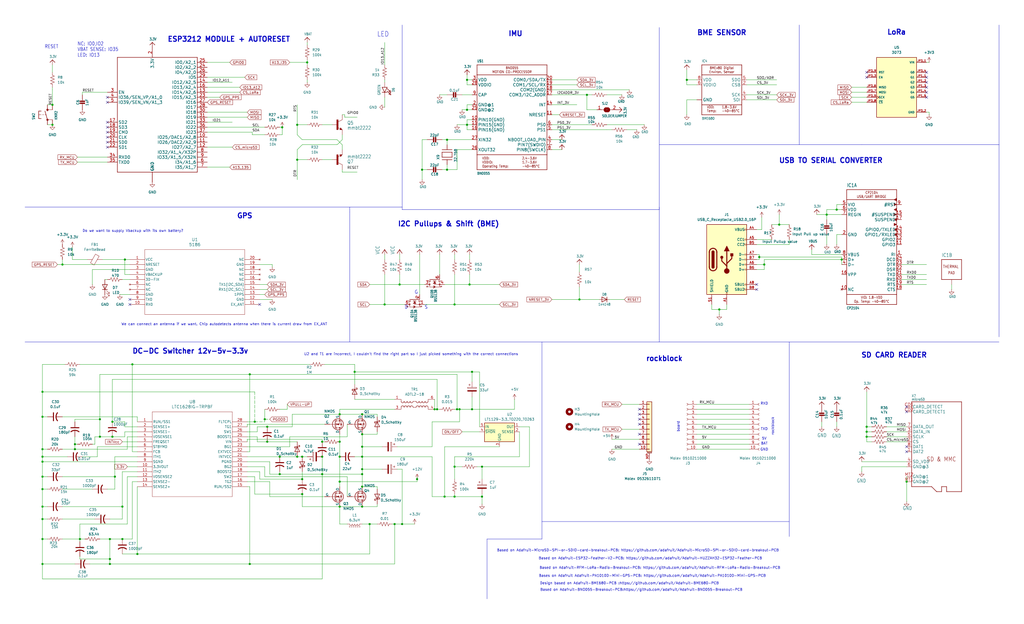
<source format=kicad_sch>
(kicad_sch (version 20250114) (generator "eeschema") (generator_version "9.0")
  (paper "User" 520.7 317.5)
  (title_block (title "ballin balloon bayload inside") (date "2025-08-06") (rev "1.1") (company "SSI Balloons") (comment 3 "By David H."))
  (text "Do we want to supply Vbackup with its own battery?" (at 67.564 117.602 0) (effects (font (size 1.27 1.27))))
  (text "We can connect an antenna if we want. Chip autodetects antenna when there is current draw from EX_ANT" (at 114.046 165.1 0) (effects (font (size 1.27 1.27))))
  (text "Design based on Adafruit-BME680-PCB :https://github.com/adafruit/Adafruit-BME680-PCB" (at 320.04 296.926 0) (effects (font (size 1.27 1.27))))
  (text "TXD" (at 388.62 218.44 0) (effects (font (size 1.27 1.27) (thickness 0.1588))))
  (text "SD CARD READER" (at 454.66 180.848 0) (effects (font (size 2.54 2.54) (thickness 0.508) (bold yes))))
  (text "Based on Adafruit-RFM-LoRa-Radio-Breakout-PCB: https://github.com/adafruit/Adafruit-RFM-LoRa-Radio-Breakout-PCB" (at 335.534 289.052 0) (effects (font (size 1.27 1.27))))
  (text "RESET" (at 29.718 24.892 0) (effects (font (size 1.778 1.5113)) (justify right bottom)))
  (text "Bases on Adafruit Adafruit-PA1010D-Mini-GPS-PCB: https://github.com/adafruit/Adafruit-PA1010D-Mini-GPS-PCB" (at 331.724 293.116 0) (effects (font (size 1.27 1.27))))
  (text "rockblock" (at 392.938 216.916 90) (effects (font (size 1.27 1.27) (thickness 0.1588))))
  (text "NC: IO0,IO2\nVBAT SENSE: IO35\nLED: IO13" (at 39.37 29.21 0) (effects (font (size 1.778 1.5113)) (justify left bottom)))
  (text "rockblock" (at 337.82 182.626 0) (effects (font (size 2.54 2.54) (thickness 0.508) (bold yes))))
  (text "Based on Adafruit-BNO055-Breakout-PCB:https://github.com/adafruit/Adafruit-BNO055-Breakout-PCB" (at 326.136 300.228 0) (effects (font (size 1.27 1.27))))
  (text "DC-DC Switcher 12v-5v-3.3v" (at 96.774 178.816 0) (effects (font (size 2.54 2.54) (thickness 0.508) (bold yes))))
  (text "I2C Pullups & Shift (BME)" (at 202.184 115.57 0) (effects (font (size 2.54 2.54) (thickness 0.508) (bold yes)) (justify left bottom)))
  (text "Based on Adafruit-ESP32-Feather-V2-PCB: https://github.com/adafruit/Adafruit-HUZZAH32-ESP32-Feather-PCB" (at 330.708 284.226 0) (effects (font (size 1.27 1.27))))
  (text "board" (at 344.932 217.17 90) (effects (font (size 1.27 1.27) (thickness 0.1588))))
  (text "GPS" (at 124.46 109.982 0) (effects (font (size 2.54 2.54) (thickness 0.508) (bold yes))))
  (text "IMU" (at 262.128 17.272 0) (effects (font (size 2.54 2.54) (thickness 0.508) (bold yes))))
  (text "LoRa" (at 455.93 16.51 0) (effects (font (size 2.54 2.54) (thickness 0.508) (bold yes))))
  (text "D" (at 205.74 157.48 0) (effects (font (size 1.778 1.5113)) (justify left bottom)))
  (text "U2 and T1 are incorrect, I couldn't find the right part so I just picked something with the correct connections\n" (at 209.042 180.34 0) (effects (font (size 1.27 1.27))))
  (text "USB TO SERIAL CONVERTER" (at 395.986 83.312 0) (effects (font (size 2.54 2.54) (thickness 0.508) (bold yes)) (justify left bottom)))
  (text "BME SENSOR" (at 367.03 16.764 0) (effects (font (size 2.54 2.54) (thickness 0.508) (bold yes))))
  (text "BAT" (at 388.62 225.806 0) (effects (font (size 1.27 1.27) (thickness 0.1588))))
  (text "ESP3212 MODULE + AUTORESET" (at 85.09 21.59 0) (effects (font (size 2.54 2.54) (thickness 0.508) (bold yes)) (justify left bottom)))
  (text "GND\n" (at 388.62 228.854 0) (effects (font (size 1.27 1.27) (thickness 0.1588))))
  (text "G" (at 210.82 149.86 0) (effects (font (size 1.778 1.5113)) (justify left bottom)))
  (text "S" (at 215.9 157.48 0) (effects (font (size 1.778 1.5113)) (justify left bottom)))
  (text "LED" (at 191.77 19.05 0) (effects (font (size 2.54 2.159)) (justify left bottom)))
  (text "Based on Adafruit-MicroSD-SPI-or-SDIO-card-breakout-PCB: https://github.com/adafruit/Adafruit-MicroSD-SPI-or-SDIO-card-breakout-PCB" (at 324.358 280.162 0) (effects (font (size 1.27 1.27))))
  (text "5V" (at 388.62 223.266 0) (effects (font (size 1.27 1.27) (thickness 0.1588))))
  (text "RXD" (at 388.62 205.486 0) (effects (font (size 1.27 1.27) (thickness 0.1588))))
  (junction (at 21.59 264.16))
  (junction (at 440.69 222.25))
  (junction (at 172.72 245.11))
  (junction (at 38.1 228.6))
  (junction (at 386.08 130.81))
  (junction (at 21.59 274.32))
  (junction (at 240.03 208.28))
  (junction (at 134.62 213.36))
  (junction (at 142.24 241.3))
  (junction (at 427.99 132.08))
  (junction (at 298.45 48.26))
  (junction (at 231.14 252.73))
  (junction (at 58.42 242.57))
  (junction (at 50.8 222.25))
  (junction (at 184.15 257.81))
  (junction (at 135.89 217.17))
  (junction (at 425.45 106.68))
  (junction (at 231.14 237.49))
  (junction (at 151.13 81.28))
  (junction (at 129.54 214.63))
  (junction (at 62.23 257.81))
  (junction (at 62.23 274.32))
  (junction (at 21.59 257.81))
  (junction (at 240.03 189.23))
  (junction (at 21.59 199.39))
  (junction (at 420.37 109.22))
  (junction (at 184.15 210.82))
  (junction (at 237.49 55.88))
  (junction (at 172.72 210.82))
  (junction (at 245.11 252.73))
  (junction (at 143.51 64.77))
  (junction (at 184.15 247.65))
  (junction (at 365.76 157.48))
  (junction (at 195.58 154.94))
  (junction (at 142.24 232.41))
  (junction (at 163.83 224.79))
  (junction (at 26.67 53.34))
  (junction (at 214.63 86.36))
  (junction (at 226.06 252.73))
  (junction (at 163.83 241.3))
  (junction (at 55.88 284.48))
  (junction (at 163.83 232.41))
  (junction (at 220.98 208.28))
  (junction (at 21.59 242.57))
  (junction (at 237.49 40.64))
  (junction (at 184.15 232.41))
  (junction (at 294.64 152.4))
  (junction (at 187.96 266.7))
  (junction (at 396.24 114.3))
  (junction (at 26.67 63.5))
  (junction (at 200.66 266.7))
  (junction (at 440.69 219.71))
  (junction (at 31.75 134.62))
  (junction (at 180.34 189.23))
  (junction (at 238.76 144.78))
  (junction (at 153.67 251.46))
  (junction (at 67.31 185.42))
  (junction (at 184.15 238.76))
  (junction (at 204.47 266.7))
  (junction (at 21.59 232.41))
  (junction (at 135.89 224.79))
  (junction (at 461.01 245.11))
  (junction (at 21.59 248.92))
  (junction (at 21.59 228.6))
  (junction (at 388.62 134.62))
  (junction (at 127 287.02))
  (junction (at 172.72 224.79))
  (junction (at 55.88 274.32))
  (junction (at 222.25 208.28))
  (junction (at 212.09 243.84))
  (junction (at 203.2 144.78))
  (junction (at 151.13 232.41))
  (junction (at 127 190.5))
  (junction (at 232.41 208.28))
  (junction (at 227.33 86.36))
  (junction (at 184.15 241.3))
  (junction (at 153.67 232.41))
  (junction (at 21.59 234.95))
  (junction (at 151.13 63.5))
  (junction (at 231.14 154.94))
  (junction (at 21.59 212.09))
  (junction (at 184.15 220.98))
  (junction (at 227.33 71.12))
  (junction (at 38.1 226.06))
  (junction (at 63.5 132.08))
  (junction (at 156.21 31.75))
  (junction (at 57.15 222.25))
  (junction (at 55.88 287.02))
  (junction (at 50.8 213.36))
  (junction (at 237.49 63.5))
  (junction (at 172.72 232.41))
  (junction (at 57.15 214.63))
  (junction (at 69.85 281.94))
  (junction (at 172.72 257.81))
  (junction (at 245.11 237.49))
  (junction (at 153.67 243.84))
  (junction (at 184.15 227.33))
  (junction (at 349.25 40.64))
  (junction (at 440.69 217.17))
  (junction (at 233.68 208.28))
  (junction (at 21.59 287.02))
  (junction (at 40.64 274.32))
  (no_connect (at 325.12 210.82))
  (no_connect (at 325.12 213.36))
  (no_connect (at 461.01 227.33))
  (no_connect (at 461.01 207.01))
  (no_connect (at 471.17 39.37))
  (no_connect (at 132.08 154.94))
  (no_connect (at 384.81 144.78))
  (no_connect (at 471.17 36.83))
  (no_connect (at 325.12 220.98))
  (no_connect (at 384.81 147.32))
  (no_connect (at 440.69 39.37))
  (no_connect (at 471.17 49.53))
  (no_connect (at 54.61 69.85))
  (no_connect (at 66.04 152.4))
  (no_connect (at 461.01 229.87))
  (no_connect (at 54.61 64.77))
  (no_connect (at 54.61 62.23))
  (no_connect (at 471.17 46.99))
  (no_connect (at 54.61 72.39))
  (no_connect (at 54.61 49.53))
  (no_connect (at 440.69 36.83))
  (no_connect (at 325.12 215.9))
  (no_connect (at 54.61 74.93))
  (no_connect (at 66.04 154.94))
  (no_connect (at 54.61 67.31))
  (no_connect (at 325.12 226.06))
  (no_connect (at 471.17 41.91))
  (no_connect (at 325.12 208.28))
  (no_connect (at 471.17 44.45))
  (no_connect (at 54.61 52.07))
  (no_connect (at 461.01 209.55))
  (wire (pts (xy 195.58 31.75) (xy 195.58 21.59)) (stroke (width 0.1524)))
  (wire (pts (xy 440.69 222.25) (xy 443.23 222.25)) (stroke (width 0.1524)))
  (wire (pts (xy 200.66 266.7) (xy 204.47 266.7)))
  (wire (pts (xy 231.14 237.49) (xy 231.14 243.84)))
  (wire (pts (xy 21.59 287.02) (xy 21.59 294.64)))
  (wire (pts (xy 187.96 266.7) (xy 191.77 266.7)))
  (wire (pts (xy 379.73 43.18) (xy 394.97 43.18)) (stroke (width 0.1524)))
  (polyline (pts (xy 508 12.7) (xy 508 73.66)))
  (wire (pts (xy 66.04 132.08) (xy 63.5 132.08)))
  (wire (pts (xy 40.64 275.59) (xy 40.64 274.32)))
  (wire (pts (xy 203.2 132.08) (xy 203.2 129.54)) (stroke (width 0.1524)))
  (polyline (pts (xy 401.32 173.99) (xy 401.32 273.05)))
  (wire (pts (xy 127 229.87) (xy 127 190.5)))
  (wire (pts (xy 461.01 234.95) (xy 438.15 234.95)) (stroke (width 0.1524)))
  (wire (pts (xy 217.17 86.36) (xy 214.63 86.36)) (stroke (width 0.1524)))
  (wire (pts (xy 24.13 274.32) (xy 21.59 274.32)))
  (wire (pts (xy 33.02 185.42) (xy 21.59 185.42)))
  (wire (pts (xy 433.07 49.53) (xy 440.69 49.53)))
  (wire (pts (xy 191.77 210.82) (xy 184.15 210.82)))
  (wire (pts (xy 240.03 76.2) (xy 232.41 76.2)) (stroke (width 0.1524)))
  (wire (pts (xy 55.88 274.32) (xy 62.23 274.32)))
  (wire (pts (xy 62.23 257.81) (xy 62.23 264.16)))
  (wire (pts (xy 238.76 144.78) (xy 254 144.78)) (stroke (width 0.1524)))
  (wire (pts (xy 105.41 59.69) (xy 125.73 59.69)) (stroke (width 0.1524)))
  (wire (pts (xy 21.59 242.57) (xy 21.59 234.95)))
  (wire (pts (xy 54.61 46.99) (xy 41.91 46.99)) (stroke (width 0.1524)))
  (wire (pts (xy 184.15 220.98) (xy 184.15 227.33)))
  (wire (pts (xy 31.75 134.62) (xy 66.04 134.62)))
  (wire (pts (xy 129.54 214.63) (xy 129.54 199.39)) (stroke (width 0) (type dash)))
  (wire (pts (xy 48.26 226.06) (xy 46.99 226.06)))
  (wire (pts (xy 151.13 76.2) (xy 151.13 81.28)) (stroke (width 0.1524)))
  (wire (pts (xy 354.33 218.44) (xy 381 218.44)))
  (wire (pts (xy 354.33 213.36) (xy 381 213.36)))
  (wire (pts (xy 62.23 142.24) (xy 66.04 142.24)))
  (wire (pts (xy 458.47 139.7) (xy 471.17 139.7)) (stroke (width 0.1524)))
  (wire (pts (xy 173.99 87.63) (xy 181.61 87.63)) (stroke (width 0.1524)))
  (wire (pts (xy 240.03 48.26) (xy 234.95 48.26)) (stroke (width 0.1524)))
  (wire (pts (xy 240.03 189.23) (xy 180.34 189.23)))
  (wire (pts (xy 226.06 227.33) (xy 226.06 252.73)))
  (wire (pts (xy 269.24 237.49) (xy 269.24 217.17)))
  (wire (pts (xy 318.77 66.04) (xy 323.85 66.04)) (stroke (width 0.1524)))
  (wire (pts (xy 171.45 71.12) (xy 153.67 71.12)) (stroke (width 0.1524)))
  (wire (pts (xy 146.05 205.74) (xy 146.05 208.28)))
  (wire (pts (xy 240.03 208.28) (xy 233.68 208.28)))
  (wire (pts (xy 132.08 152.4) (xy 138.43 152.4)))
  (wire (pts (xy 240.03 189.23) (xy 243.84 189.23)))
  (wire (pts (xy 237.49 60.96) (xy 237.49 63.5)) (stroke (width 0.1524)))
  (wire (pts (xy 231.14 139.7) (xy 231.14 154.94)) (stroke (width 0.1524)))
  (wire (pts (xy 245.11 237.49) (xy 269.24 237.49)))
  (wire (pts (xy 24.13 242.57) (xy 21.59 242.57)))
  (wire (pts (xy 21.59 232.41) (xy 34.29 232.41)))
  (wire (pts (xy 184.15 247.65) (xy 191.77 247.65)))
  (wire (pts (xy 134.62 68.58) (xy 128.27 68.58)))
  (wire (pts (xy 184.15 220.98) (xy 191.77 220.98)))
  (wire (pts (xy 425.45 119.38) (xy 425.45 124.46)) (stroke (width 0.1524)))
  (wire (pts (xy 163.83 63.5) (xy 168.91 63.5)) (stroke (width 0.1524)))
  (wire (pts (xy 349.25 50.8) (xy 349.25 58.42)) (stroke (width 0.1524)))
  (wire (pts (xy 245.11 243.84) (xy 245.11 237.49)))
  (wire (pts (xy 21.59 257.81) (xy 24.13 257.81)))
  (wire (pts (xy 39.37 226.06) (xy 38.1 226.06)))
  (wire (pts (xy 173.99 76.2) (xy 173.99 73.66)) (stroke (width 0.1524)))
  (wire (pts (xy 64.77 237.49) (xy 69.85 237.49)))
  (wire (pts (xy 217.17 71.12) (xy 214.63 71.12)) (stroke (width 0.1524)))
  (wire (pts (xy 134.62 213.36) (xy 137.16 213.36)) (stroke (width 0) (type dash)))
  (wire (pts (xy 153.67 240.03) (xy 153.67 243.84)))
  (wire (pts (xy 294.64 152.4) (xy 304.8 152.4)) (stroke (width 0.1524)))
  (wire (pts (xy 386.08 129.54) (xy 386.08 130.81)))
  (wire (pts (xy 137.16 234.95) (xy 137.16 241.3)))
  (wire (pts (xy 26.67 45.72) (xy 26.67 53.34)) (stroke (width 0.1524)))
  (wire (pts (xy 21.59 185.42) (xy 21.59 199.39)))
  (wire (pts (xy 232.41 76.2) (xy 232.41 86.36)) (stroke (width 0.1524)))
  (wire (pts (xy 232.41 86.36) (xy 227.33 86.36)) (stroke (width 0.1524)))
  (wire (pts (xy 384.81 134.62) (xy 388.62 134.62)))
  (wire (pts (xy 227.33 83.82) (xy 227.33 86.36)) (stroke (width 0.1524)))
  (wire (pts (xy 69.85 240.03) (xy 62.23 240.03)))
  (wire (pts (xy 280.67 66.04) (xy 308.61 66.04)) (stroke (width 0.1524)))
  (wire (pts (xy 24.13 264.16) (xy 21.59 264.16)))
  (wire (pts (xy 31.75 264.16) (xy 48.26 264.16)))
  (wire (pts (xy 125.73 215.9) (xy 165.1 215.9)))
  (wire (pts (xy 105.41 57.15) (xy 125.73 57.15)) (stroke (width 0.1524)))
  (wire (pts (xy 137.16 245.11) (xy 137.16 252.73)))
  (wire (pts (xy 354.33 228.6) (xy 381 228.6)))
  (wire (pts (xy 21.59 248.92) (xy 21.59 242.57)))
  (wire (pts (xy 184.15 232.41) (xy 184.15 238.76)))
  (wire (pts (xy 215.9 154.94) (xy 231.14 154.94)) (stroke (width 0.1524)))
  (wire (pts (xy 57.15 214.63) (xy 57.15 193.04)))
  (wire (pts (xy 31.75 212.09) (xy 69.85 212.09)))
  (wire (pts (xy 105.41 39.37) (xy 124.46 39.37)) (stroke (width 0.1524)))
  (wire (pts (xy 213.36 149.86) (xy 213.36 129.54)) (stroke (width 0.1524)))
  (wire (pts (xy 220.98 203.2) (xy 220.98 208.28)))
  (wire (pts (xy 134.62 149.86) (xy 132.08 149.86)))
  (wire (pts (xy 280.67 71.12) (xy 285.75 71.12)) (stroke (width 0.1524)))
  (wire (pts (xy 184.15 257.81) (xy 191.77 257.81)))
  (wire (pts (xy 156.21 232.41) (xy 153.67 232.41)))
  (wire (pts (xy 427.99 109.22) (xy 420.37 109.22)) (stroke (width 0.1524)))
  (wire (pts (xy 24.13 248.92) (xy 21.59 248.92)))
  (wire (pts (xy 361.95 157.48) (xy 365.76 157.48)))
  (wire (pts (xy 69.85 247.65) (xy 69.85 281.94)))
  (wire (pts (xy 21.59 228.6) (xy 21.59 232.41)))
  (polyline (pts (xy 508 171.45) (xy 508 73.66)))
  (wire (pts (xy 69.85 232.41) (xy 58.42 232.41)))
  (wire (pts (xy 54.61 248.92) (xy 58.42 248.92)))
  (wire (pts (xy 237.49 40.64) (xy 237.49 38.1)) (stroke (width 0.1524)))
  (wire (pts (xy 38.1 222.25) (xy 38.1 226.06)))
  (wire (pts (xy 384.81 129.54) (xy 386.08 129.54)))
  (wire (pts (xy 311.15 223.52) (xy 325.12 223.52)))
  (wire (pts (xy 231.14 252.73) (xy 245.11 252.73)))
  (wire (pts (xy 50.8 190.5) (xy 127 190.5)))
  (wire (pts (xy 240.03 60.96) (xy 237.49 60.96)) (stroke (width 0.1524)))
  (wire (pts (xy 129.54 251.46) (xy 153.67 251.46)))
  (wire (pts (xy 298.45 48.26) (xy 300.99 48.26)))
  (wire (pts (xy 227.33 86.36) (xy 224.79 86.36)) (stroke (width 0.1524)))
  (wire (pts (xy 191.77 256.54) (xy 191.77 257.81)))
  (wire (pts (xy 365.76 157.48) (xy 369.57 157.48)))
  (wire (pts (xy 386.08 130.81) (xy 427.99 130.81)))
  (wire (pts (xy 354.33 220.98) (xy 381 220.98)))
  (wire (pts (xy 233.68 214.63) (xy 233.68 208.28)))
  (wire (pts (xy 214.63 86.36) (xy 214.63 91.44)) (stroke (width 0.1524)))
  (wire (pts (xy 354.33 50.8) (xy 349.25 50.8)) (stroke (width 0.1524)))
  (wire (pts (xy 135.89 147.32) (xy 132.08 147.32)))
  (wire (pts (xy 55.88 287.02) (xy 45.72 287.02)))
  (wire (pts (xy 195.58 129.54) (xy 195.58 132.08)) (stroke (width 0.1524)))
  (wire (pts (xy 311.15 228.6) (xy 325.12 228.6)))
  (wire (pts (xy 127 287.02) (xy 200.66 287.02)))
  (wire (pts (xy 450.85 219.71) (xy 461.01 219.71)) (stroke (width 0.1524)))
  (wire (pts (xy 472.44 58.42) (xy 472.44 57.15)))
  (wire (pts (xy 240.03 194.31) (xy 240.03 189.23)))
  (wire (pts (xy 240.03 43.18) (xy 237.49 43.18)) (stroke (width 0.1524)))
  (wire (pts (xy 354.33 43.18) (xy 349.25 43.18)) (stroke (width 0.1524)))
  (wire (pts (xy 388.62 134.62) (xy 388.62 137.16)))
  (wire (pts (xy 472.44 57.15) (xy 471.17 57.15)))
  (wire (pts (xy 184.15 227.33) (xy 184.15 232.41)))
  (wire (pts (xy 21.59 234.95) (xy 21.59 232.41)))
  (wire (pts (xy 212.09 242.57) (xy 212.09 243.84)))
  (wire (pts (xy 132.08 240.03) (xy 132.08 243.84)))
  (wire (pts (xy 433.07 44.45) (xy 440.69 44.45)))
  (wire (pts (xy 308.61 66.04) (xy 311.15 66.04)))
  (wire (pts (xy 176.53 266.7) (xy 172.72 266.7)))
  (wire (pts (xy 31.75 132.08) (xy 31.75 134.62)))
  (wire (pts (xy 156.21 30.48) (xy 156.21 31.75)))
  (wire (pts (xy 105.41 46.99) (xy 121.92 46.99)) (stroke (width 0.1524)))
  (wire (pts (xy 172.72 257.81) (xy 184.15 257.81)))
  (wire (pts (xy 105.41 49.53) (xy 111.76 49.53)))
  (wire (pts (xy 354.33 210.82) (xy 381 210.82)))
  (wire (pts (xy 134.62 237.49) (xy 125.73 237.49)))
  (wire (pts (xy 69.85 281.94) (xy 187.96 281.94)))
  (wire (pts (xy 191.77 248.92) (xy 191.77 247.65)))
  (wire (pts (xy 67.31 245.11) (xy 67.31 274.32)))
  (wire (pts (xy 425.45 104.14) (xy 425.45 106.68)) (stroke (width 0.1524)))
  (wire (pts (xy 420.37 119.38) (xy 420.37 124.46)) (stroke (width 0.1524)))
  (wire (pts (xy 195.58 41.91) (xy 195.58 40.64)))
  (wire (pts (xy 21.59 248.92) (xy 21.59 257.81)))
  (wire (pts (xy 440.69 217.17) (xy 440.69 219.71)) (stroke (width 0.1524)))
  (wire (pts (xy 231.14 154.94) (xy 254 154.94)) (stroke (width 0.1524)))
  (wire (pts (xy 54.61 80.01) (xy 39.37 80.01)) (stroke (width 0.1524)))
  (wire (pts (xy 187.96 281.94) (xy 187.96 266.7)))
  (wire (pts (xy 31.75 242.57) (xy 58.42 242.57)))
  (wire (pts (xy 49.53 227.33) (xy 49.53 232.41)))
  (wire (pts (xy 387.35 110.49) (xy 387.35 116.84)))
  (wire (pts (xy 40.64 266.7) (xy 40.64 274.32)))
  (wire (pts (xy 125.73 242.57) (xy 129.54 242.57)))
  (wire (pts (xy 483.87 144.78) (xy 483.87 147.32)))
  (wire (pts (xy 142.24 232.41) (xy 151.13 232.41)))
  (wire (pts (xy 172.72 224.79) (xy 172.72 232.41)))
  (wire (pts (xy 172.72 266.7) (xy 172.72 257.81)))
  (wire (pts (xy 280.67 45.72) (xy 320.04 45.72)) (stroke (width 0.1524)))
  (wire (pts (xy 26.67 33.02) (xy 26.67 36.83)) (stroke (width 0.1524)))
  (wire (pts (xy 26.67 44.45) (xy 26.67 45.72)))
  (wire (pts (xy 243.84 219.71) (xy 234.95 219.71)))
  (wire (pts (xy 219.71 214.63) (xy 233.68 214.63)))
  (wire (pts (xy 238.76 132.08) (xy 238.76 129.54)) (stroke (width 0.1524)))
  (wire (pts (xy 172.72 208.28) (xy 200.66 208.28)))
  (wire (pts (xy 191.77 219.71) (xy 191.77 220.98)))
  (wire (pts (xy 41.91 232.41) (xy 49.53 232.41)))
  (wire (pts (xy 55.88 274.32) (xy 55.88 284.48)))
  (wire (pts (xy 148.59 217.17) (xy 135.89 217.17)))
  (wire (pts (xy 21.59 287.02) (xy 38.1 287.02)))
  (wire (pts (xy 440.69 222.25) (xy 440.69 224.79)) (stroke (width 0.1524)))
  (wire (pts (xy 349.25 43.18) (xy 349.25 40.64)) (stroke (width 0.1524)))
  (wire (pts (xy 62.23 224.79) (xy 69.85 224.79)))
  (wire (pts (xy 280.67 40.64) (xy 293.37 40.64)) (stroke (width 0.1524)))
  (polyline (pts (xy 12.7 173.99) (xy 335.28 173.99)))
  (wire (pts (xy 163.83 241.3) (xy 184.15 241.3)))
  (wire (pts (xy 55.88 284.48) (xy 55.88 287.02)))
  (wire (pts (xy 191.77 212.09) (xy 191.77 210.82)))
  (wire (pts (xy 433.07 52.07) (xy 440.69 52.07)))
  (wire (pts (xy 412.75 129.54) (xy 412.75 127)) (stroke (width 0.1524)))
  (wire (pts (xy 66.04 139.7) (xy 63.5 139.7)))
  (wire (pts (xy 147.32 222.25) (xy 147.32 227.33)))
  (wire (pts (xy 237.49 43.18) (xy 237.49 40.64)) (stroke (width 0.1524)))
  (wire (pts (xy 142.24 208.28) (xy 146.05 208.28)))
  (wire (pts (xy 125.73 219.71) (xy 130.81 219.71)))
  (wire (pts (xy 31.75 248.92) (xy 46.99 248.92)))
  (wire (pts (xy 219.71 227.33) (xy 219.71 214.63)))
  (wire (pts (xy 354.33 226.06) (xy 381 226.06)))
  (wire (pts (xy 264.16 232.41) (xy 231.14 232.41)))
  (wire (pts (xy 31.75 257.81) (xy 62.23 257.81)))
  (wire (pts (xy 227.33 71.12) (xy 224.79 71.12)) (stroke (width 0.1524)))
  (wire (pts (xy 237.49 66.04) (xy 237.49 63.5)) (stroke (width 0.1524)))
  (wire (pts (xy 52.07 132.08) (xy 63.5 132.08)))
  (wire (pts (xy 142.24 64.77) (xy 143.51 64.77)))
  (wire (pts (xy 64.77 228.6) (xy 38.1 228.6)))
  (wire (pts (xy 147.32 227.33) (xy 125.73 227.33)))
  (wire (pts (xy 184.15 241.3) (xy 184.15 247.65)))
  (wire (pts (xy 172.72 210.82) (xy 148.59 210.82)))
  (wire (pts (xy 105.41 41.91) (xy 118.11 41.91)) (stroke (width 0.1524)))
  (wire (pts (xy 105.41 85.09) (xy 116.84 85.09)) (stroke (width 0.1524)))
  (wire (pts (xy 168.91 81.28) (xy 163.83 81.28)) (stroke (width 0.1524)))
  (polyline (pts (xy 177.8 105.41) (xy 177.8 107.95)))
  (wire (pts (xy 69.85 242.57) (xy 64.77 242.57)))
  (wire (pts (xy 21.59 228.6) (xy 24.13 228.6)))
  (wire (pts (xy 105.41 64.77) (xy 128.27 64.77)) (stroke (width 0.1524)))
  (wire (pts (xy 142.24 68.58) (xy 143.51 68.58)))
  (wire (pts (xy 48.26 222.25) (xy 50.8 222.25)))
  (wire (pts (xy 63.5 217.17) (xy 63.5 214.63)))
  (wire (pts (xy 38.1 228.6) (xy 38.1 226.06)))
  (wire (pts (xy 223.52 139.7) (xy 223.52 129.54)) (stroke (width 0.1524)))
  (wire (pts (xy 134.62 242.57) (xy 134.62 237.49)))
  (wire (pts (xy 240.03 66.04) (xy 237.49 66.04)) (stroke (width 0.1524)))
  (wire (pts (xy 245.11 237.49) (xy 242.57 237.49)))
  (wire (pts (xy 440.69 219.71) (xy 443.23 219.71)))
  (wire (pts (xy 153.67 71.12) (xy 151.13 68.58)) (stroke (width 0.1524)))
  (wire (pts (xy 420.37 109.22) (xy 420.37 111.76)) (stroke (width 0.1524)))
  (wire (pts (xy 223.52 48.26) (xy 227.33 48.26)) (stroke (width 0.1524)))
  (wire (pts (xy 420.37 109.22) (xy 415.29 109.22)) (stroke (width 0.1524)))
  (wire (pts (xy 26.67 53.34) (xy 24.13 53.34)) (stroke (width 0.1524)))
  (wire (pts (xy 63.5 139.7) (xy 63.5 132.08)))
  (wire (pts (xy 354.33 223.52) (xy 381 223.52)))
  (wire (pts (xy 134.62 213.36) (xy 134.62 208.28)))
  (wire (pts (xy 171.45 73.66) (xy 153.67 73.66)) (stroke (width 0.1524)))
  (wire (pts (xy 237.49 55.88) (xy 234.95 55.88)) (stroke (width 0.1524)))
  (wire (pts (xy 63.5 219.71) (xy 69.85 219.71)))
  (wire (pts (xy 172.72 220.98) (xy 172.72 224.79)))
  (wire (pts (xy 67.31 185.42) (xy 157.48 185.42)))
  (wire (pts (xy 24.13 212.09) (xy 21.59 212.09)))
  (wire (pts (xy 125.73 229.87) (xy 127 229.87)))
  (wire (pts (xy 412.75 129.54) (xy 427.99 129.54)) (stroke (width 0.1524)))
  (wire (pts (xy 195.58 33.02) (xy 195.58 31.75)))
  (wire (pts (xy 125.73 240.03) (xy 132.08 240.03)))
  (wire (pts (xy 21.59 274.32) (xy 21.59 287.02)))
  (wire (pts (xy 46.99 137.16) (xy 66.04 137.16)))
  (wire (pts (xy 180.34 185.42) (xy 165.1 185.42)))
  (polyline (pts (xy 275.59 173.99) (xy 275.59 274.32)))
  (wire (pts (xy 69.85 214.63) (xy 69.85 212.09)))
  (wire (pts (xy 21.59 199.39) (xy 129.54 199.39)))
  (wire (pts (xy 184.15 227.33) (xy 194.31 227.33)))
  (wire (pts (xy 125.73 222.25) (xy 130.81 222.25)))
  (wire (pts (xy 48.26 222.25) (xy 48.26 226.06)))
  (wire (pts (xy 21.59 234.95) (xy 69.85 234.95)))
  (wire (pts (xy 57.15 222.25) (xy 63.5 222.25)))
  (wire (pts (xy 130.81 217.17) (xy 135.89 217.17)))
  (wire (pts (xy 29.21 134.62) (xy 31.75 134.62)))
  (wire (pts (xy 58.42 242.57) (xy 58.42 248.92)))
  (wire (pts (xy 176.53 215.9) (xy 176.53 222.25)))
  (wire (pts (xy 128.27 68.58) (xy 128.27 67.31)))
  (wire (pts (xy 427.99 132.08) (xy 427.99 134.62)))
  (wire (pts (xy 138.43 135.89) (xy 138.43 134.62)))
  (wire (pts (xy 21.59 257.81) (xy 21.59 264.16)))
  (wire (pts (xy 384.81 116.84) (xy 387.35 116.84)))
  (wire (pts (xy 172.72 210.82) (xy 184.15 210.82)))
  (polyline (pts (xy 204.47 106.68) (xy 335.28 106.68)))
  (wire (pts (xy 176.53 222.25) (xy 147.32 222.25)))
  (wire (pts (xy 142.24 241.3) (xy 163.83 241.3)))
  (wire (pts (xy 226.06 252.73) (xy 231.14 252.73)))
  (wire (pts (xy 294.64 146.05) (xy 294.64 152.4)) (stroke (width 0.1524)))
  (wire (pts (xy 461.01 245.11) (xy 461.01 255.27)) (stroke (width 0.1524)))
  (wire (pts (xy 427.99 130.81) (xy 427.99 132.08)))
  (wire (pts (xy 201.93 227.33) (xy 219.71 227.33)))
  (wire (pts (xy 63.5 214.63) (xy 57.15 214.63)))
  (wire (pts (xy 354.33 205.74) (xy 381 205.74)))
  (wire (pts (xy 280.67 58.42) (xy 284.48 58.42)) (stroke (width 0.1524)))
  (wire (pts (xy 238.76 139.7) (xy 238.76 144.78)) (stroke (width 0.1524)))
  (wire (pts (xy 67.31 229.87) (xy 67.31 185.42)))
  (wire (pts (xy 433.07 46.99) (xy 440.69 46.99)))
  (wire (pts (xy 64.77 266.7) (xy 40.64 266.7)))
  (wire (pts (xy 125.73 234.95) (xy 137.16 234.95)))
  (wire (pts (xy 195.58 139.7) (xy 195.58 154.94)) (stroke (width 0.1524)))
  (wire (pts (xy 173.99 86.36) (xy 173.99 87.63)) (stroke (width 0.1524)))
  (wire (pts (xy 222.25 193.04) (xy 222.25 208.28)))
  (wire (pts (xy 199.39 266.7) (xy 200.66 266.7)))
  (wire (pts (xy 137.16 241.3) (xy 142.24 241.3)))
  (wire (pts (xy 38.1 214.63) (xy 38.1 213.36)))
  (wire (pts (xy 231.14 132.08) (xy 231.14 129.54)) (stroke (width 0.1524)))
  (wire (pts (xy 40.64 274.32) (xy 43.18 274.32)))
  (wire (pts (xy 316.23 205.74) (xy 325.12 205.74)))
  (polyline (pts (xy 204.47 12.7) (xy 204.47 105.41)))
  (wire (pts (xy 384.81 132.08) (xy 386.08 132.08)))
  (wire (pts (xy 163.83 223.52) (xy 125.73 223.52)))
  (wire (pts (xy 471.17 142.24) (xy 458.47 142.24)) (stroke (width 0.1524)))
  (wire (pts (xy 128.27 64.77) (xy 134.62 64.77)))
  (wire (pts (xy 69.85 245.11) (xy 67.31 245.11)))
  (wire (pts (xy 425.45 106.68) (xy 420.37 106.68)) (stroke (width 0.1524)))
  (wire (pts (xy 204.47 238.76) (xy 204.47 266.7)))
  (wire (pts (xy 392.43 114.3) (xy 396.24 114.3)))
  (wire (pts (xy 254 227.33) (xy 226.06 227.33)))
  (wire (pts (xy 234.95 237.49) (xy 231.14 237.49)))
  (wire (pts (xy 280.67 48.26) (xy 298.45 48.26)) (stroke (width 0.1524)))
  (wire (pts (xy 180.34 185.42) (xy 180.34 189.23)))
  (polyline (pts (xy 204.47 105.41) (xy 204.47 106.68)))
  (wire (pts (xy 195.58 49.53) (xy 195.58 54.61)) (stroke (width 0.1524)))
  (wire (pts (xy 62.23 264.16) (xy 55.88 264.16)))
  (wire (pts (xy 151.13 232.41) (xy 153.67 232.41)))
  (wire (pts (xy 129.54 242.57) (xy 129.54 251.46)))
  (wire (pts (xy 173.99 68.58) (xy 173.99 71.12)) (stroke (width 0.1524)))
  (wire (pts (xy 233.68 208.28) (xy 232.41 208.28)))
  (polyline (pts (xy 275.59 274.32) (xy 247.65 274.32)))
  (wire (pts (xy 440.69 199.39) (xy 440.69 217.17)) (stroke (width 0.1524)))
  (wire (pts (xy 394.97 40.64) (xy 379.73 40.64)) (stroke (width 0.1524)))
  (wire (pts (xy 127 190.5) (xy 232.41 190.5)))
  (polyline (pts (xy 335.28 13.97) (xy 335.28 106.68)))
  (wire (pts (xy 308.61 63.5) (xy 327.66 63.5)) (stroke (width 0.1524)))
  (wire (pts (xy 245.11 252.73) (xy 245.11 256.54)))
  (wire (pts (xy 180.34 203.2) (xy 200.66 203.2)))
  (wire (pts (xy 60.96 149.86) (xy 66.04 149.86)))
  (wire (pts (xy 156.21 31.75) (xy 156.21 33.02)))
  (wire (pts (xy 132.08 243.84) (xy 153.67 243.84)))
  (wire (pts (xy 264.16 219.71) (xy 264.16 232.41)))
  (wire (pts (xy 69.85 222.25) (xy 64.77 222.25)))
  (wire (pts (xy 50.8 222.25) (xy 57.15 222.25)))
  (wire (pts (xy 231.14 251.46) (xy 231.14 252.73)))
  (wire (pts (xy 36.83 125.73) (xy 36.83 132.08)))
  (wire (pts (xy 458.47 134.62) (xy 471.17 134.62)) (stroke (width 0.1524)))
  (wire (pts (xy 316.23 218.44) (xy 325.12 218.44)))
  (wire (pts (xy 203.2 144.78) (xy 187.96 144.78)) (stroke (width 0.1524)))
  (wire (pts (xy 173.99 71.12) (xy 171.45 73.66)) (stroke (width 0.1524)))
  (wire (pts (xy 438.15 237.49) (xy 438.15 240.03)) (stroke (width 0.1524)))
  (wire (pts (xy 223.52 208.28) (xy 222.25 208.28)))
  (wire (pts (xy 200.66 287.02) (xy 200.66 266.7)))
  (wire (pts (xy 180.34 232.41) (xy 184.15 232.41)))
  (wire (pts (xy 232.41 208.28) (xy 232.41 190.5)))
  (wire (pts (xy 461.01 242.57) (xy 461.01 245.11)) (stroke (width 0.1524)))
  (wire (pts (xy 148.59 210.82) (xy 148.59 217.17)))
  (wire (pts (xy 401.32 121.92) (xy 401.32 124.46)))
  (wire (pts (xy 240.03 71.12) (xy 227.33 71.12)) (stroke (width 0.1524)))
  (wire (pts (xy 151.13 53.34) (xy 151.13 63.5)) (stroke (width 0.1524)))
  (wire (pts (xy 151.13 68.58) (xy 151.13 63.5)) (stroke (width 0.1524)))
  (wire (pts (xy 240.03 201.93) (xy 240.03 208.28)))
  (wire (pts (xy 214.63 71.12) (xy 214.63 86.36)) (stroke (width 0.1524)))
  (wire (pts (xy 298.45 63.5) (xy 300.99 63.5)))
  (wire (pts (xy 240.03 63.5) (xy 237.49 63.5)) (stroke (width 0.1524)))
  (polyline (pts (xy 438.15 73.66) (xy 508 73.66)))
  (wire (pts (xy 184.15 238.76) (xy 184.15 241.3)))
  (wire (pts (xy 219.71 252.73) (xy 226.06 252.73)))
  (wire (pts (xy 184.15 232.41) (xy 219.71 232.41)))
  (wire (pts (xy 105.41 62.23) (xy 118.11 62.23)) (stroke (width 0.1524)))
  (wire (pts (xy 151.13 81.28) (xy 156.21 81.28)) (stroke (width 0.1524)))
  (wire (pts (xy 69.85 229.87) (xy 67.31 229.87)))
  (polyline (pts (xy 247.65 274.32) (xy 247.65 304.8)))
  (wire (pts (xy 219.71 232.41) (xy 219.71 252.73)))
  (wire (pts (xy 57.15 193.04) (xy 222.25 193.04)))
  (polyline (pts (xy 406.4 12.7) (xy 406.4 73.66)))
  (polyline (pts (xy 177.8 107.95) (xy 177.8 173.99)))
  (wire (pts (xy 379.73 50.8) (xy 394.97 50.8)) (stroke (width 0.1524)))
  (wire (pts (xy 354.33 208.28) (xy 381 208.28)))
  (wire (pts (xy 143.51 64.77) (xy 143.51 68.58)))
  (wire (pts (xy 237.49 53.34) (xy 237.49 55.88)) (stroke (width 0.1524)))
  (wire (pts (xy 130.81 222.25) (xy 130.81 224.79)))
  (wire (pts (xy 40.64 283.21) (xy 40.64 284.48)))
  (wire (pts (xy 461.01 237.49) (xy 438.15 237.49)) (stroke (width 0.1524)))
  (wire (pts (xy 62.23 274.32) (xy 67.31 274.32)))
  (wire (pts (xy 176.53 242.57) (xy 176.53 252.73)))
  (wire (pts (xy 427.99 104.14) (xy 425.45 104.14)) (stroke (width 0.1524)))
  (wire (pts (xy 269.24 217.17) (xy 264.16 217.17)))
  (wire (pts (xy 46.99 144.78) (xy 46.99 137.16)))
  (wire (pts (xy 203.2 139.7) (xy 203.2 142.24)))
  (wire (pts (xy 205.74 154.94) (xy 195.58 154.94)) (stroke (width 0.1524)))
  (wire (pts (xy 227.33 73.66) (xy 227.33 71.12)) (stroke (width 0.1524)))
  (wire (pts (xy 471.17 144.78) (xy 458.47 144.78)) (stroke (width 0.1524)))
  (wire (pts (xy 163.83 232.41) (xy 163.83 241.3)))
  (wire (pts (xy 425.45 214.63) (xy 425.45 217.17)))
  (wire (pts (xy 172.72 210.82) (xy 172.72 208.28)))
  (wire (pts (xy 105.41 67.31) (xy 128.27 67.31)) (stroke (width 0.1524)))
  (wire (pts (xy 153.67 257.81) (xy 153.67 251.46)))
  (wire (pts (xy 39.37 82.55) (xy 54.61 82.55)) (stroke (width 0.1524)))
  (wire (pts (xy 156.21 31.75) (xy 147.32 31.75)) (stroke (width 0.1524)))
  (wire (pts (xy 21.59 212.09) (xy 21.59 228.6)))
  (wire (pts (xy 215.9 144.78) (xy 203.2 144.78)) (stroke (width 0.1524)))
  (wire (pts (xy 384.81 124.46) (xy 401.32 124.46)))
  (wire (pts (xy 298.45 48.26) (xy 298.45 55.88)) (stroke (width 0.1524)))
  (wire (pts (xy 40.64 185.42) (xy 67.31 185.42)))
  (wire (pts (xy 354.33 215.9) (xy 381 215.9)))
  (wire (pts (xy 125.73 232.41) (xy 142.24 232.41)))
  (wire (pts (xy 163.83 294.64) (xy 21.59 294.64)))
  (wire (pts (xy 172.72 257.81) (xy 153.67 257.81)))
  (wire (pts (xy 280.67 53.34) (xy 293.37 53.34)) (stroke (width 0.1524)))
  (wire (pts (xy 58.42 232.41) (xy 58.42 242.57)))
  (wire (pts (xy 125.73 214.63) (xy 129.54 214.63)))
  (wire (pts (xy 63.5 222.25) (xy 63.5 219.71)))
  (wire (pts (xy 195.58 154.94) (xy 187.96 154.94)) (stroke (width 0.1524)))
  (wire (pts (xy 427.99 119.38) (xy 425.45 119.38)) (stroke (width 0.1524)))
  (wire (pts (xy 243.84 189.23) (xy 243.84 217.17)))
  (wire (pts (xy 388.62 132.08) (xy 427.99 132.08)))
  (wire (pts (xy 240.03 55.88) (xy 237.49 55.88)) (stroke (width 0.1524)))
  (wire (pts (xy 309.88 152.4) (xy 317.5 152.4)))
  (wire (pts (xy 298.45 55.88) (xy 303.53 55.88)) (stroke (width 0.1524)))
  (wire (pts (xy 105.41 31.75) (xy 116.84 31.75)) (stroke (width 0.1524)))
  (wire (pts (xy 62.23 240.03) (xy 62.23 257.81)))
  (wire (pts (xy 172.72 245.11) (xy 212.09 245.11)))
  (wire (pts (xy 40.64 284.48) (xy 55.88 284.48)))
  (wire (pts (xy 365.76 160.02) (xy 365.76 157.48)))
  (wire (pts (xy 163.83 224.79) (xy 165.1 224.79)))
  (wire (pts (xy 280.67 43.18) (xy 293.37 43.18)) (stroke (width 0.1524)))
  (wire (pts (xy 64.77 222.25) (xy 64.77 228.6)))
  (wire (pts (xy 203.2 142.24) (xy 203.2 144.78)) (stroke (width 0.1524)))
  (wire (pts (xy 173.99 73.66) (xy 171.45 71.12)) (stroke (width 0.1524)))
  (wire (pts (xy 69.85 227.33) (xy 49.53 227.33)))
  (wire (pts (xy 461.01 217.17) (xy 450.85 217.17)) (stroke (width 0.1524)))
  (wire (pts (xy 153.67 73.66) (xy 151.13 76.2)) (stroke (width 0.1524)))
  (polyline (pts (xy 12.7 105.41) (xy 204.47 105.41)))
  (wire (pts (xy 41.91 48.26) (xy 41.91 46.99)) (stroke (width 0.1524)))
  (wire (pts (xy 31.75 228.6) (xy 38.1 228.6)))
  (wire (pts (xy 64.77 242.57) (xy 64.77 266.7)))
  (wire (pts (xy 142.24 241.3) (xy 142.24 240.03)))
  (wire (pts (xy 232.41 208.28) (xy 231.14 208.28)))
  (polyline (pts (xy 335.28 73.66) (xy 438.15 73.66)))
  (wire (pts (xy 151.13 63.5) (xy 156.21 63.5)) (stroke (width 0.1524)))
  (wire (pts (xy 361.95 157.48) (xy 361.95 154.94)))
  (wire (pts (xy 130.81 219.71) (xy 130.81 217.17)))
  (wire (pts (xy 294.64 134.62) (xy 294.64 138.43)) (stroke (width 0.1524)))
  (wire (pts (xy 69.85 281.94) (xy 62.23 281.94)))
  (wire (pts (xy 184.15 238.76) (xy 194.31 238.76)))
  (wire (pts (xy 50.8 190.5) (xy 50.8 213.36)))
  (wire (pts (xy 226.06 144.78) (xy 238.76 144.78)) (stroke (width 0.1524)))
  (wire (pts (xy 138.43 134.62) (xy 132.08 134.62)))
  (wire (pts (xy 308.61 48.26) (xy 316.23 48.26)) (stroke (width 0.1524)))
  (wire (pts (xy 24.13 63.5) (xy 26.67 63.5)) (stroke (width 0.1524)))
  (wire (pts (xy 163.83 224.79) (xy 163.83 223.52)))
  (wire (pts (xy 384.81 137.16) (xy 388.62 137.16)))
  (wire (pts (xy 156.21 40.64) (xy 156.21 41.91)))
  (wire (pts (xy 151.13 81.28) (xy 151.13 91.44)) (stroke (width 0.1524)))
  (polyline (pts (xy 335.28 173.99) (xy 508 173.99)))
  (wire (pts (xy 245.11 252.73) (xy 245.11 251.46)))
  (wire (pts (xy 472.44 31.75) (xy 471.17 31.75)))
  (wire (pts (xy 280.67 76.2) (xy 285.75 76.2)) (stroke (width 0.1524)))
  (wire (pts (xy 231.14 232.41) (xy 231.14 237.49)))
  (wire (pts (xy 127 287.02) (xy 55.88 287.02)))
  (wire (pts (xy 130.81 224.79) (xy 135.89 224.79)))
  (wire (pts (xy 417.83 214.63) (xy 417.83 217.17)))
  (wire (pts (xy 280.67 152.4) (xy 294.64 152.4)) (stroke (width 0.1524)))
  (wire (pts (xy 240.03 53.34) (xy 237.49 53.34)) (stroke (width 0.1524)))
  (wire (pts (xy 125.73 223.52) (xy 125.73 224.79)))
  (wire (pts (xy 354.33 40.64) (xy 349.25 40.64)) (stroke (width 0.1524)))
  (wire (pts (xy 127 247.65) (xy 127 287.02)))
  (wire (pts (xy 384.81 121.92) (xy 392.43 121.92)))
  (wire (pts (xy 396.24 114.3) (xy 401.32 114.3)))
  (polyline (pts (xy 275.59 265.43) (xy 401.32 265.43)))
  (wire (pts (xy 420.37 106.68) (xy 420.37 109.22)) (stroke (width 0.1524)))
  (wire (pts (xy 232.41 63.5) (xy 237.49 63.5)) (stroke (width 0.1524)))
  (polyline (pts (xy 335.28 173.99) (xy 335.28 105.41)))
  (wire (pts (xy 440.69 224.79) (xy 443.23 224.79)) (stroke (width 0.1524)))
  (wire (pts (xy 180.34 189.23) (xy 180.34 195.58)))
  (wire (pts (xy 369.57 154.94) (xy 369.57 157.48)))
  (wire (pts (xy 427.99 106.68) (xy 425.45 106.68)) (stroke (width 0.1524)))
  (wire (pts (xy 222.25 208.28) (xy 220.98 208.28)))
  (wire (pts (xy 50.8 213.36) (xy 50.8 222.25)))
  (wire (pts (xy 21.59 199.39) (xy 21.59 212.09)))
  (wire (pts (xy 163.83 241.3) (xy 163.83 294.64)))
  (wire (pts (xy 386.08 130.81) (xy 386.08 132.08)))
  (wire (pts (xy 388.62 132.08) (xy 388.62 134.62)))
  (wire (pts (xy 261.62 203.2) (xy 261.62 208.28)))
  (wire (pts (xy 450.85 224.79) (xy 461.01 224.79)) (stroke (width 0.1524)))
  (wire (pts (xy 176.53 242.57) (xy 134.62 242.57)))
  (wire (pts (xy 134.62 213.36) (xy 134.62 214.63)))
  (wire (pts (xy 175.26 59.69) (xy 181.61 59.69)) (stroke (width 0.1524)))
  (wire (pts (xy 212.09 243.84) (xy 212.09 245.11)))
  (wire (pts (xy 440.69 217.17) (xy 443.23 217.17)))
  (wire (pts (xy 38.1 213.36) (xy 50.8 213.36)))
  (wire (pts (xy 394.97 48.26) (xy 379.73 48.26)) (stroke (width 0.1524)))
  (wire (pts (xy 172.72 232.41) (xy 172.72 245.11)))
  (wire (pts (xy 461.01 222.25) (xy 450.85 222.25)) (stroke (width 0.1524)))
  (wire (pts (xy 137.16 252.73) (xy 165.1 252.73)))
  (wire (pts (xy 240.03 208.28) (xy 261.62 208.28)))
  (wire (pts (xy 184.15 266.7) (xy 187.96 266.7)))
  (wire (pts (xy 173.99 58.42) (xy 175.26 58.42)) (stroke (width 0.1524)))
  (wire (pts (xy 204.47 266.7) (xy 210.82 266.7)))
  (wire (pts (xy 135.89 144.78) (xy 132.08 144.78)))
  (wire (pts (xy 50.8 274.32) (xy 55.88 274.32)))
  (wire (pts (xy 105.41 74.93) (xy 118.11 74.93)) (stroke (width 0.1524)))
  (wire (pts (xy 396.24 109.22) (xy 396.24 114.3)))
  (wire (pts (xy 280.67 63.5) (xy 298.45 63.5)) (stroke (width 0.1524)))
  (wire (pts (xy 440.69 222.25) (xy 443.23 222.25)))
  (wire (pts (xy 31.75 274.32) (xy 40.64 274.32)))
  (wire (pts (xy 440.69 219.71) (xy 440.69 222.25)) (stroke (width 0.1524)))
  (wire (pts (xy 175.26 58.42) (xy 175.26 59.69)) (stroke (width 0.1524)))
  (wire (pts (xy 105.41 44.45) (xy 121.92 44.45)) (stroke (width 0.1524)))
  (wire (pts (xy 125.73 217.17) (xy 125.73 215.9)))
  (wire (pts (xy 156.21 21.59) (xy 156.21 22.86)))
  (wire (pts (xy 125.73 245.11) (xy 137.16 245.11)))
  (wire (pts (xy 172.72 245.11) (xy 172.72 247.65)))
  (wire (pts (xy 53.34 142.24) (xy 54.61 142.24)))
  (wire (pts (xy 21.59 264.16) (xy 21.59 274.32)))
  (wire (pts (xy 129.54 214.63) (xy 134.62 214.63)) (stroke (width 0) (type dash)))
  (wire (pts (xy 69.85 217.17) (xy 63.5 217.17)))
  (wire (pts (xy 201.93 238.76) (xy 204.47 238.76)))
  (wire (pts (xy 135.89 224.79) (xy 151.13 224.79)))
  (wire (pts (xy 44.45 132.08) (xy 36.83 132.08)))
  (wire (pts (xy 240.03 40.64) (xy 237.49 40.64)) (stroke (width 0.1524)))
  (wire (pts (xy 125.73 247.65) (xy 127 247.65)))
  (wire (pts (xy 349.25 40.64) (xy 349.25 35.56)) (stroke (width 0.1524)))
  (label "DTR" (at 461.01 134.62 0) (effects (font (size 1.2446 1.2446))))
  (label "RTS" (at 461.01 144.78 0) (effects (font (size 1.2446 1.2446))))
  (label "SCK_3V" (at 384.81 48.26 0) (effects (font (size 1.2446 1.2446))))
  (label "IO21" (at 107.95 62.23 0) (effects (font (size 1.2446 1.2446))))
  (label "RX_MCU" (at 355.6 205.74 0) (effects (font (thickness 0.1588))))
  (label "GPIO0" (at 176.53 58.42 0) (effects (font (size 1.2446 1.2446))))
  (label "RESET" (at 26.67 53.34 90) (effects (font (size 1.2446 1.2446))))
  (label "TX_MCU" (at 356.87 218.44 0) (effects (font (thickness 0.1588))))
  (label "INT_3V" (at 283.21 53.34 0) (effects (font (size 1.2446 1.2446))))
  (label "IO13_A12" (at 195.58 24.13 270) (effects (font (size 1.2446 1.2446))))
  (label "SDA" (at 128.27 67.31 0) (effects (font (size 1.2446 1.2446))))
  (label "DTR" (at 151.13 86.36 270) (effects (font (size 1.2446 1.2446))))
  (label "CS_3V" (at 384.81 43.18 0) (effects (font (size 1.2446 1.2446))))
  (label "SCK" (at 450.85 222.25 0) (effects (font (size 1.2446 1.2446))))
  (label "RTS" (at 151.13 53.34 270) (effects (font (size 1.2446 1.2446))))
  (label "RXD0" (at 461.01 139.7 0) (effects (font (size 1.2446 1.2446))))
  (label "RESET" (at 41.91 46.99 0) (effects (font (size 1.2446 1.2446))))
  (label "PS1_3V" (at 283.21 66.04 0) (effects (font (size 1.2446 1.2446))))
  (label "SDO/ADR" (at 384.81 40.64 0) (effects (font (size 1.2446 1.2446))))
  (label "TXD0" (at 461.01 142.24 0) (effects (font (size 1.2446 1.2446))))
  (label "GND" (at 356.87 228.6 0) (effects (font (thickness 0.1588))))
  (label "IO12_A11" (at 107.95 41.91 0) (effects (font (size 1.2446 1.2446))))
  (label "PS0_3V" (at 283.21 63.5 0) (effects (font (size 1.2446 1.2446))))
  (label "SCL" (at 128.27 64.77 0) (effects (font (size 1.2446 1.2446))))
  (label "MOSI" (at 455.93 219.71 0) (effects (font (size 1.2446 1.2446))))
  (label "5V" (at 356.87 223.52 0) (effects (font (thickness 0.1588))))
  (label "GND" (at 312.42 228.6 0) (effects (font (thickness 0.1588))))
  (label "5V" (at 312.42 223.52 0) (effects (font (thickness 0.1588))))
  (label "SDI_3V" (at 384.81 50.8 0) (effects (font (size 1.2446 1.2446))))
  (label "RESET" (at 176.53 86.36 0) (effects (font (size 1.2446 1.2446))))
  (label "CS_microSD" (at 450.85 224.79 0) (effects (font (size 1.2446 1.2446))))
  (label "MISO" (at 455.93 217.17 0) (effects (font (size 1.2446 1.2446))))
  (label "I2CADDR_3V" (at 283.21 48.26 0) (effects (font (size 1.2446 1.2446))))
  (global_label "VPULL-UP" (shape input) (at 146.05 205.74 0) (property "Intersheetrefs" "${INTERSHEET_REFS}" (effects (hide yes))))
  (global_label "MOSI" (shape input) (at 433.07 46.99 180) (property "Intersheetrefs" "${INTERSHEET_REFS}" (effects (hide yes))))
  (global_label "A13_135" (shape input) (at 116.84 85.09 0) (effects (font (thickness 0.1588))) (property "Intersheetrefs" "${INTERSHEET_REFS}" (effects (hide yes))))
  (global_label "SCL" (shape input) (at 187.96 154.94 180) (property "Intersheetrefs" "${INTERSHEET_REFS}" (effects (hide yes))))
  (global_label "SDA_3V" (shape input) (at 135.89 144.78 0) (property "Intersheetrefs" "${INTERSHEET_REFS}" (effects (hide yes))))
  (global_label "GPS_PPS" (shape input) (at 134.62 149.86 0) (property "Intersheetrefs" "${INTERSHEET_REFS}" (effects (hide yes))))
  (global_label "SDA_3V" (shape input) (at 254 144.78 0) (property "Intersheetrefs" "${INTERSHEET_REFS}" (effects (hide yes))))
  (global_label "SCL_3V" (shape input) (at 135.89 147.32 0) (property "Intersheetrefs" "${INTERSHEET_REFS}" (effects (hide yes))))
  (global_label "MISO" (shape input) (at 125.73 59.69 0) (property "Intersheetrefs" "${INTERSHEET_REFS}" (effects (hide yes))))
  (global_label "SDI_3V" (shape input) (at 394.97 50.8 0) (property "Intersheetrefs" "${INTERSHEET_REFS}" (effects (hide yes))))
  (global_label "NRESET_3V" (shape input) (at 280.67 152.4 180) (property "Intersheetrefs" "${INTERSHEET_REFS}" (effects (hide yes))))
  (global_label "SCL_3V" (shape input) (at 254 154.94 0) (property "Intersheetrefs" "${INTERSHEET_REFS}" (effects (hide yes))))
  (global_label "IO13_A12" (shape input) (at 121.92 44.45 0) (effects (font (thickness 0.1588))) (property "Intersheetrefs" "${INTERSHEET_REFS}" (effects (hide yes))))
  (global_label "PGOOD" (shape input) (at 137.16 213.36 0) (property "Intersheetrefs" "${INTERSHEET_REFS}" (effects (hide yes))))
  (global_label "SCL_3V" (shape input) (at 293.37 43.18 0) (property "Intersheetrefs" "${INTERSHEET_REFS}" (effects (hide yes))))
  (global_label "INTVcc" (shape input) (at 62.23 224.79 180) (property "Intersheetrefs" "${INTERSHEET_REFS}" (effects (hide yes))))
  (global_label "GPS_PPS" (shape input) (at 111.76 49.53 0) (property "Intersheetrefs" "${INTERSHEET_REFS}" (effects (hide yes))))
  (global_label "CS_LoRa" (shape input) (at 433.07 52.07 180) (property "Intersheetrefs" "${INTERSHEET_REFS}" (effects (hide yes))))
  (global_label "A13_I35" (shape input) (at 147.32 31.75 180) (property "Intersheetrefs" "${INTERSHEET_REFS}" (effects (hide yes))))
  (global_label "RX_MCU" (shape input) (at 316.23 205.74 180) (property "Intersheetrefs" "${INTERSHEET_REFS}" (effects (hide yes))))
  (global_label "GPS_RESET" (shape input) (at 29.21 134.62 180) (property "Intersheetrefs" "${INTERSHEET_REFS}" (effects (hide yes))))
  (global_label "CS_LoRa" (shape input) (at 121.92 46.99 0) (property "Intersheetrefs" "${INTERSHEET_REFS}" (effects (hide yes))))
  (global_label "SCK_3V" (shape input) (at 394.97 48.26 0) (property "Intersheetrefs" "${INTERSHEET_REFS}" (effects (hide yes))))
  (global_label "GPIO0" (shape input) (at 116.84 31.75 0) (effects (font (thickness 0.1588))) (property "Intersheetrefs" "${INTERSHEET_REFS}" (effects (hide yes))))
  (global_label "NRESET_3V" (shape input) (at 284.48 58.42 0) (property "Intersheetrefs" "${INTERSHEET_REFS}" (effects (hide yes))))
  (global_label "RX_MCU" (shape input) (at 39.37 80.01 180) (property "Intersheetrefs" "${INTERSHEET_REFS}" (effects (hide yes))))
  (global_label "ON{slash}OFF" (shape input) (at 234.95 219.71 180) (property "Intersheetrefs" "${INTERSHEET_REFS}" (effects (hide yes))))
  (global_label "3.3V" (shape input) (at 64.77 237.49 180) (property "Intersheetrefs" "${INTERSHEET_REFS}" (effects (hide yes))))
  (global_label "MISO" (shape input) (at 433.07 44.45 180) (property "Intersheetrefs" "${INTERSHEET_REFS}" (effects (hide yes))))
  (global_label "MOSI" (shape input) (at 125.73 57.15 0) (property "Intersheetrefs" "${INTERSHEET_REFS}" (effects (hide yes))))
  (global_label "GPS_RESET" (shape input) (at 105.41 52.07 0) (property "Intersheetrefs" "${INTERSHEET_REFS}" (effects (hide yes))))
  (global_label "SDA" (shape input) (at 187.96 144.78 180) (property "Intersheetrefs" "${INTERSHEET_REFS}" (effects (hide yes))))
  (global_label "RESET" (shape input) (at 317.5 152.4 0) (property "Intersheetrefs" "${INTERSHEET_REFS}" (effects (hide yes))))
  (global_label "SCK" (shape input) (at 433.07 49.53 180) (property "Intersheetrefs" "${INTERSHEET_REFS}" (effects (hide yes))))
  (global_label "TX_MCU" (shape input) (at 39.37 82.55 180) (property "Intersheetrefs" "${INTERSHEET_REFS}" (effects (hide yes))))
  (global_label "SCK" (shape input) (at 124.46 39.37 0) (property "Intersheetrefs" "${INTERSHEET_REFS}" (effects (hide yes))))
  (global_label "TX_MCU" (shape input) (at 316.23 218.44 180) (property "Intersheetrefs" "${INTERSHEET_REFS}" (effects (hide yes))))
  (global_label "SDA_3V" (shape input) (at 293.37 40.64 0) (property "Intersheetrefs" "${INTERSHEET_REFS}" (effects (hide yes))))
  (global_label "CS_microSD" (shape input) (at 118.11 74.93 0) (property "Intersheetrefs" "${INTERSHEET_REFS}" (effects (hide yes))))
  (symbol (lib_id "Device:C_US") (at 27.94 212.09 90) (unit 1)
    (property "Reference" "C30" (at 28.194 204.47 90))
    (property "Value" "0.1uF" (at 28.194 207.01 90))
    (property "Footprint" "Capacitor_SMD:C_0603_1608Metric" (effects (hide yes)))
    (property "Description" "capacitor, US symbol" (effects (hide yes)))
  )
  (symbol (lib_id "power:+3.3V") (at 143.51 64.77 0) (unit 1)
    (property "Reference" "#PWR04" (effects (hide yes)))
    (property "Value" "+3.3V" (at 143.51 59.69 0))
    (property "Description" "Power symbol creates a global label with name \"+3.3V\"" (effects (hide yes)))
  )
  (symbol (lib_id "Simulation_SPICE:NMOS") (at 170.18 252.73 0) (unit 1)
    (property "Reference" "Q3" (at 174.498 256.286 0) (effects (justify left)))
    (property "Value" "NMOS" (at 174.498 258.826 0) (effects (justify left)))
    (property "Datasheet" "https://ngspice.sourceforge.io/docs/ngspice-html-manual/manual.xhtml#cha_MOSFETs" (effects (hide yes)))
    (property "Description" "N-MOSFET transistor, drain/source/gate" (effects (hide yes)))
    (property "Sim.Device" "NMOS" (effects (hide yes)))
    (property "Sim.Type" "VDMOS" (effects (hide yes)))
    (property "Sim.Pins" "1=D 2=G 3=S" (effects (hide yes)))
  )
  (symbol (lib_id "Transformer:ADTL2-18") (at 210.82 205.74 0) (unit 1)
    (property "Reference" "TR1" (at 210.82 198.12 0))
    (property "Value" "ADTL2-18" (at 210.82 200.66 0))
    (property "Footprint" "RF_Mini-Circuits:Mini-Circuits_CD542_H2.84mm" (effects (hide yes)))
    (property "Datasheet" "https://www.minicircuits.com/pdfs/ADTL2-18+.pdf" (effects (hide yes)))
    (property "Description" "30-1800MHz 1:2 RF Transformer, Balanced Transmission Line, CD542" (effects (hide yes)))
  )
  (symbol (lib_id "Adafruit_RFM96W_LoRa_Radio_3073:3073") (at 455.93 44.45 0) (unit 1)
    (property "Reference" "U5" (at 455.93 24.13 0))
    (property "Value" "3073" (at 455.93 26.67 0))
    (property "Footprint" "footpriont:Adafruit_RFM96W_LoRa_Radio_3073" (effects (hide yes)))
    (property "MF" "Adafruit Industries" (effects (hide yes)))
    (property "Description_1" "\n                        \n                            Adafruit RFM96W LoRa Radio Transceiver Breakout - 433 MHz | Adafruit Industries 3073\n                        \n" (effects (hide yes)))
    (property "Package" "None" (effects (hide yes)))
    (property "Price" "None" (effects (hide yes)))
    (property "Check_prices" "https://www.snapeda.com/parts/3073/Adafruit+Industries/view-part/?ref=eda" (effects (hide yes)))
    (property "STANDARD" "Manufacturer Recommendations" (effects (hide yes)))
    (property "PARTREV" "2023-10-24" (effects (hide yes)))
    (property "SnapEDA_Link" "https://www.snapeda.com/parts/3073/Adafruit+Industries/view-part/?ref=snap" (effects (hide yes)))
    (property "MP" "3073" (effects (hide yes)))
    (property "Availability" "In Stock" (effects (hide yes)))
    (property "MANUFACTURER" "Adafruit Industries LLC" (effects (hide yes)))
  )
  (symbol (lib_id "Device:R_US") (at 203.2 135.89 0) (unit 1)
    (property "Reference" "R49" (at 205.74 134.6199 0) (effects (justify left)))
    (property "Value" "10k" (at 205.74 137.1599 0) (effects (justify left)))
    (property "Footprint" "Resistor_SMD:R_0603_1608Metric" (effects (hide yes)))
    (property "Description" "Resistor, US symbol" (effects (hide yes)))
  )
  (symbol (lib_id "power:+3.3V") (at 387.35 110.49 0) (unit 1)
    (property "Reference" "#PWR040" (effects (hide yes)))
    (property "Value" "+3.3V" (at 387.35 105.41 0))
    (property "Description" "Power symbol creates a global label with name \"+3.3V\"" (effects (hide yes)))
  )
  (symbol (lib_id "Adafruit HUZZAH32 ESP32 Feather-eagle-import:CP2104") (at 483.87 137.16 0) (unit 2)
    (property "Reference" "IC1" (at 478.79 130.81 0) (effects (font (size 1.778 1.5113)) (justify left bottom)))
    (property "Value" "CP2104" (effects (hide yes)))
    (property "Footprint" "ballin footprint library:CP2104" (effects (hide yes)))
    (property "Datasheet" "https://www.silabs.com/documents/public/data-sheets/cp2104.pdf" (effects (hide yes)))
  )
  (symbol (lib_id "Adafruit BNO055 STEMMA QT-eagle-import:microbuilder_3.3V") (at 316.23 55.88 270) (unit 1)
    (property "Reference" "#U$0105" (effects (hide yes)))
    (property "Value" "3.3V" (at 317.246 54.356 0) (effects (font (size 1.27 1.0795)) (justify left bottom)))
  )
  (symbol (lib_id "Adafruit BNO055 STEMMA QT-eagle-import:microbuilder_3.3V") (at 285.75 68.58 0) (unit 1)
    (property "Reference" "#U$0101" (effects (hide yes)))
    (property "Value" "3.3V" (at 284.226 67.564 0) (effects (font (size 1.27 1.0795)) (justify left bottom)))
  )
  (symbol (lib_id "Device:C_US") (at 41.91 287.02 90) (unit 1)
    (property "Reference" "C38" (at 41.91 291.084 90))
    (property "Value" "0.1uF" (at 42.164 293.116 90))
    (property "Footprint" "Capacitor_SMD:C_0603_1608Metric" (effects (hide yes)))
    (property "Description" "capacitor, US symbol" (effects (hide yes)))
  )
  (symbol (lib_id "Device:C_US") (at 52.07 264.16 90) (unit 1)
    (property "Reference" "C35" (at 47.244 259.334 90))
    (property "Value" "1000pf" (at 47.244 261.874 90))
    (property "Footprint" "Capacitor_SMD:C_0603_1608Metric" (effects (hide yes)))
    (property "Description" "capacitor, US symbol" (effects (hide yes)))
  )
  (symbol (lib_id "Adafruit BME680-eagle-import:3.3V") (at 349.25 33.02 0) (unit 1)
    (property "Reference" "#U$0114" (effects (hide yes)))
    (property "Value" "3.3V" (at 347.726 32.004 0) (effects (font (size 1.27 1.0795)) (justify left bottom)))
  )
  (symbol (lib_id "externalLibrary:MountingHole") (at 289.56 217.17 0) (unit 1) (exclude_from_sim yes) (in_bom no)
    (property "Reference" "H4" (at 292.1 215.8999 0) (effects (justify left)))
    (property "Value" "MountingHole" (at 292.1 218.4399 0) (effects (justify left)))
    (property "Description" "Mounting Hole without connection" (effects (hide yes)))
  )
  (symbol (lib_id "GPS PA 1616:5186") (at 66.04 132.08 0) (unit 1)
    (property "Reference" "U1" (at 99.06 121.92 0) (effects (font (size 1.524 1.524))))
    (property "Value" "5186" (at 99.06 124.46 0) (effects (font (size 1.524 1.524))))
    (property "Footprint" "CD-PA1616D_ADA" (effects (hide yes)))
    (property "Datasheet" "https://cdn-shop.adafruit.com/product-files/5186/5186_PA1616D_Datasheet.pdf" (effects (hide yes)))
  )
  (symbol (lib_id "power:GND") (at 365.76 160.02 0) (unit 1)
    (property "Reference" "#PWR041" (effects (hide yes)))
    (property "Value" "GND" (at 365.76 165.1 0))
    (property "Description" "Power symbol creates a global label with name \"GND\" , ground" (effects (hide yes)))
  )
  (symbol (lib_id "Adafruit SDIO microSD-eagle-import:CAP_CERAMIC0805-NOOUTLINE") (at 417.83 212.09 0) (unit 1)
    (property "Reference" "C14" (at 415.54 210.84 90))
    (property "Value" "10uF" (at 420.13 210.84 90))
    (property "Footprint" "Capacitor_SMD:C_0603_1608Metric" (effects (hide yes)))
  )
  (symbol (lib_id "power:GND") (at 425.45 217.17 0) (unit 1)
    (property "Reference" "#GND04" (effects (hide yes)))
    (property "Value" "GND" (at 422.91 222.758 0) (effects (font (size 1.778 1.5113)) (justify left bottom)))
    (property "Description" "Power symbol creates a global label with name \"GND\" , ground" (effects (hide yes)))
  )
  (symbol (lib_id "Device:R_US") (at 161.29 185.42 90) (unit 1)
    (property "Reference" "R2" (at 157.226 186.944 90))
    (property "Value" "1M" (at 157.226 189.484 90))
    (property "Footprint" "Resistor_SMD:R_0603_1608Metric" (effects (hide yes)))
    (property "Description" "Resistor, US symbol" (effects (hide yes)))
  )
  (symbol (lib_id "power:+12V") (at 212.09 243.84 0) (unit 1)
    (property "Reference" "#PWR017" (effects (hide yes)))
    (property "Value" "+12V" (at 212.09 238.76 0))
    (property "Description" "Power symbol creates a global label with name \"+12V\"" (effects (hide yes)))
  )
  (symbol (lib_id "Device:R_US") (at 392.43 118.11 0) (unit 1)
    (property "Reference" "R17" (at 388.366 118.618 0) (effects (justify left)))
    (property "Value" "Input Pullup value" (at 387.604 122.936 0) (effects (justify left)))
    (property "Footprint" "Resistor_SMD:R_0603_1608Metric" (effects (hide yes)))
    (property "Description" "Resistor, US symbol" (effects (hide yes)))
  )
  (symbol (lib_id "Device:R_US") (at 27.94 228.6 90) (unit 1)
    (property "Reference" "R20" (at 27.94 223.52 90))
    (property "Value" "20k" (at 27.94 226.06 90))
    (property "Footprint" "Resistor_SMD:R_0603_1608Metric" (effects (hide yes)))
    (property "Description" "Resistor, US symbol" (effects (hide yes)))
  )
  (symbol (lib_id "power:+3.3V") (at 396.24 109.22 0) (unit 1)
    (property "Reference" "#PWR042" (effects (hide yes)))
    (property "Value" "+3.3V" (at 396.24 104.14 0))
    (property "Description" "Power symbol creates a global label with name \"+3.3V\"" (effects (hide yes)))
  )
  (symbol (lib_id "Adafruit BNO055 STEMMA QT-eagle-import:microbuilder_CAP_CERAMIC0603_NO") (at 222.25 86.36 90) (unit 1)
    (property "Reference" "C18" (at 221 88.65 90))
    (property "Value" "22pF" (at 221 84.06 90))
    (property "Footprint" "Capacitor_SMD:C_0603_1608Metric" (effects (hide yes)))
  )
  (symbol (lib_id "Device:R_US") (at 447.04 217.17 90) (unit 1)
    (property "Reference" "R36" (at 449.58 207.518 90))
    (property "Value" "47k" (at 449.58 209.804 90))
    (property "Footprint" "Resistor_SMD:R_0603_1608Metric" (effects (hide yes)))
    (property "Description" "Resistor, US symbol" (effects (hide yes)))
  )
  (symbol (lib_id "Simulation_SPICE:NMOS") (at 181.61 215.9 0) (unit 1)
    (property "Reference" "Q1" (at 185.166 209.55 0) (effects (justify left)))
    (property "Value" "NMOS" (at 185.166 212.09 0) (effects (justify left)))
    (property "Datasheet" "https://ngspice.sourceforge.io/docs/ngspice-html-manual/manual.xhtml#cha_MOSFETs" (effects (hide yes)))
    (property "Description" "N-MOSFET transistor, drain/source/gate" (effects (hide yes)))
    (property "Sim.Device" "NMOS" (effects (hide yes)))
    (property "Sim.Type" "VDMOS" (effects (hide yes)))
    (property "Sim.Pins" "1=D 2=G 3=S" (effects (hide yes)))
  )
  (symbol (lib_id "Adafruit HUZZAH32 ESP32 Feather-eagle-import:CP2104") (at 443.23 124.46 0) (unit 1)
    (property "Reference" "IC1" (at 430.53 95.25 0) (effects (font (size 1.778 1.5113)) (justify left bottom)))
    (property "Value" "CP2104" (at 430.53 157.48 0) (effects (font (size 1.27 1.0795)) (justify left bottom)))
    (property "Footprint" "ballin footprint library:CP2104" (effects (hide yes)))
    (property "Datasheet" "https://www.silabs.com/documents/public/data-sheets/cp2104.pdf" (effects (hide yes)))
  )
  (symbol (lib_id "Device:C_Polarized") (at 240.03 198.12 0) (unit 1)
    (property "Reference" "C5" (at 243.84 195.9609 0) (effects (justify left)))
    (property "Value" "33uF" (at 243.84 198.5009 0) (effects (justify left)))
    (property "Footprint" "Capacitor_SMD:C_0603_1608Metric" (effects (hide yes)))
    (property "Description" "Polarized capacitor" (effects (hide yes)))
  )
  (symbol (lib_id "Device:R_US") (at 27.94 248.92 90) (unit 1)
    (property "Reference" "R21" (at 32.512 247.904 90))
    (property "Value" "15k" (at 32.512 250.19 90))
    (property "Footprint" "Resistor_SMD:R_0603_1608Metric" (effects (hide yes)))
    (property "Description" "Resistor, US symbol" (effects (hide yes)))
  )
  (symbol (lib_id "Device:R_US") (at 160.02 81.28 90) (unit 1)
    (property "Reference" "R32" (at 160.02 74.93 90))
    (property "Value" "10k" (at 160.02 77.47 90))
    (property "Footprint" "Resistor_SMD:R_0603_1608Metric" (effects (hide yes)))
    (property "Description" "Resistor, US symbol" (effects (hide yes)))
  )
  (symbol (lib_id "Regulator_Linear:LT1129-3.3_TO220_TO263") (at 254 219.71 0) (unit 1)
    (property "Reference" "U2" (at 259.08 210.82 0))
    (property "Value" "LT1129-3.3_TO220_TO263" (at 259.08 213.36 0))
    (property "Datasheet" "https://www.analog.com/media/en/technical-documentation/data-sheets/112935ff.pdf" (effects (hide yes)))
    (property "Description" "700mA Micropower Low Dropout Linear Regulator, 3.3V output voltage, TO-220-5/TO-263-5" (effects (hide yes)))
  )
  (symbol (lib_id "Adafruit BNO055 STEMMA QT-eagle-import:microbuilder_3.3V") (at 294.64 132.08 0) (unit 1)
    (property "Reference" "#U$0106" (effects (hide yes)))
    (property "Value" "3.3V" (at 293.116 131.064 0) (effects (font (size 1.27 1.0795)) (justify left bottom)))
  )
  (symbol (lib_id "Device:R_US") (at 36.83 185.42 90) (unit 1)
    (property "Reference" "R25" (at 36.83 188.214 90))
    (property "Value" "59k" (at 36.83 190.754 90))
    (property "Footprint" "Resistor_SMD:R_0603_1608Metric" (effects (hide yes)))
    (property "Description" "Resistor, US symbol" (effects (hide yes)))
  )
  (symbol (lib_id "power:GND") (at 26.67 63.5 0) (unit 1)
    (property "Reference" "#PWR050" (effects (hide yes)))
    (property "Value" "GND" (at 26.67 68.58 0))
    (property "Description" "Power symbol creates a global label with name \"GND\" , ground" (effects (hide yes)))
  )
  (symbol (lib_id "power:GND") (at 138.43 152.4 0) (unit 1)
    (property "Reference" "#PWR06" (effects (hide yes)))
    (property "Value" "GND" (at 138.43 157.48 0))
    (property "Description" "Power symbol creates a global label with name \"GND\" , ground" (effects (hide yes)))
  )
  (symbol (lib_id "Device:D_Schottky") (at 191.77 215.9 270) (unit 1)
    (property "Reference" "D4" (at 193.802 212.344 90) (effects (justify left)))
    (property "Value" "D_Schottky" (at 193.802 214.884 90) (effects (justify left)))
    (property "Footprint" "Diode_SMD:D_SOD-323" (effects (hide yes)))
    (property "Description" "Schottky diode" (effects (hide yes)))
  )
  (symbol (lib_id "Adafruit BNO055 STEMMA QT-eagle-import:supply1_371_VCC") (at 195.58 127 0) (unit 1)
    (property "Reference" "#P+05" (effects (hide yes)))
    (property "Value" "VCC" (at 193.04 129.54 90) (effects (font (size 1.778 1.5113)) (justify left bottom)))
  )
  (symbol (lib_id "Device:R_US") (at 27.94 274.32 90) (unit 1)
    (property "Reference" "R23" (at 27.178 276.352 90))
    (property "Value" "20k" (at 27.686 278.13 90))
    (property "Footprint" "Resistor_SMD:R_0603_1608Metric" (effects (hide yes)))
    (property "Description" "Resistor, US symbol" (effects (hide yes)))
  )
  (symbol (lib_id "Device:R_US") (at 304.8 48.26 90) (unit 1)
    (property "Reference" "R54" (at 304.8 41.91 90))
    (property "Value" "10k" (at 304.8 44.45 90))
    (property "Footprint" "Resistor_SMD:R_0603_1608Metric" (effects (hide yes)))
    (property "Description" "Resistor, US symbol" (effects (hide yes)))
  )
  (symbol (lib_id "Adafruit SDIO microSD-eagle-import:CAP_CERAMIC0603_NO") (at 425.45 212.09 0) (unit 1)
    (property "Reference" "C15" (at 423.16 210.84 90))
    (property "Value" "0.1uF" (at 427.75 210.84 90))
    (property "Footprint" "Capacitor_SMD:C_0603_1608Metric" (effects (hide yes)))
  )
  (symbol (lib_id "Adafruit BNO055 STEMMA QT-eagle-import:microbuilder_MOSFET-N_DUAL") (at 210.82 152.4 90) (mirror x) (unit 1)
    (property "Reference" "Q10" (at 210.185 157.48 0) (effects (font (size 1.27 1.0795)) (justify left bottom)))
    (property "Value" "BSS138" (at 212.09 157.48 0) (effects (font (size 1.27 1.0795)) (justify left bottom)))
    (property "Footprint" "ballin footprint library:BSS138 SOT363" (effects (hide yes)))
    (property "Datasheet" "https://www.diodes.com/assets/Datasheets/ds30203.pdf" (effects (hide yes)))
  )
  (symbol (lib_id "Device:R_US") (at 156.21 26.67 0) (unit 1)
    (property "Reference" "R29" (at 158.75 25.3999 0) (effects (justify left)))
    (property "Value" "100k" (at 158.75 27.9399 0) (effects (justify left)))
    (property "Footprint" "Resistor_SMD:R_0603_1608Metric" (effects (hide yes)))
    (property "Description" "Resistor, US symbol" (effects (hide yes)))
  )
  (symbol (lib_id "Adafruit HUZZAH32 ESP32 Feather-eagle-import:3.3V") (at 415.29 106.68 0) (unit 1)
    (property "Reference" "#U$083" (effects (hide yes)))
    (property "Value" "3.3V" (at 413.766 105.664 0) (effects (font (size 1.27 1.0795)) (justify left bottom)))
  )
  (symbol (lib_id "Device:R_US") (at 31.75 128.27 0) (unit 1)
    (property "Reference" "R9" (at 34.29 126.9999 0) (effects (justify left)))
    (property "Value" "10k" (at 34.29 129.5399 0) (effects (justify left)))
    (property "Footprint" "Resistor_SMD:R_0603_1608Metric" (effects (hide yes)))
    (property "Description" "Resistor, US symbol" (effects (hide yes)))
  )
  (symbol (lib_id "Device:R_US") (at 304.8 63.5 90) (unit 1)
    (property "Reference" "R55" (at 300.736 59.944 90))
    (property "Value" "10k" (at 300.736 61.976 90))
    (property "Footprint" "Resistor_SMD:R_0603_1608Metric" (effects (hide yes)))
    (property "Description" "Resistor, US symbol" (effects (hide yes)))
  )
  (symbol (lib_id "Device:C_Polarized") (at 160.02 232.41 90) (unit 1)
    (property "Reference" "C10" (at 156.972 227.076 90))
    (property "Value" "4.7uF" (at 156.972 229.616 90))
    (property "Footprint" "Capacitor_SMD:C_0603_1608Metric" (effects (hide yes)))
    (property "Description" "Polarized capacitor" (effects (hide yes)))
  )
  (symbol (lib_id "Adafruit HUZZAH32 ESP32 Feather-eagle-import:TRANSISTOR_NPNSOT23-3") (at 171.45 81.28 0) (mirror x) (unit 1)
    (property "Reference" "Q7" (at 176.53 81.28 0) (effects (font (size 1.778 1.5113)) (justify left bottom)))
    (property "Value" "mmbt2222" (at 176.53 78.74 0) (effects (font (size 1.778 1.5113)) (justify left bottom)))
    (property "Footprint" "ballin footprint library:SOT95P237X111-3N" (effects (hide yes)))
    (property "Datasheet" "https://www.onsemi.com/pdf/datasheet/mmbt2222lt1-d.pdf" (effects (hide yes)))
  )
  (symbol (lib_id "power:GND") (at 349.25 58.42 0) (unit 1)
    (property "Reference" "#U$0115" (effects (hide yes)))
    (property "Value" "GND" (at 347.98 63.754 0) (effects (font (size 1.27 1.0795)) (justify left bottom)))
    (property "Description" "Power symbol creates a global label with name \"GND\" , ground" (effects (hide yes)))
  )
  (symbol (lib_id "power:GND") (at 138.43 135.89 0) (unit 1)
    (property "Reference" "#PWR01" (effects (hide yes)))
    (property "Value" "GND" (at 138.43 140.97 0))
    (property "Description" "Power symbol creates a global label with name \"GND\" , ground" (effects (hide yes)))
  )
  (symbol (lib_id "Device:R_US") (at 195.58 36.83 180) (unit 1)
    (property "Reference" "R33" (at 193.04 38.1001 0) (effects (justify left)))
    (property "Value" "1k" (at 193.04 35.5601 0) (effects (justify left)))
    (property "Footprint" "Resistor_SMD:R_0603_1608Metric" (effects (hide yes)))
    (property "Description" "Resistor, US symbol" (effects (hide yes)))
  )
  (symbol (lib_id "power:+5V") (at 311.15 223.52 0) (unit 1)
    (property "Reference" "#PWR08" (effects (hide yes)))
    (property "Value" "+5V" (at 308.356 221.742 0))
    (property "Description" "Power symbol creates a global label with name \"+5V\"" (effects (hide yes)))
  )
  (symbol (lib_id "power:GND") (at 223.52 48.26 0) (unit 1)
    (property "Reference" "#U$089" (effects (hide yes)))
    (property "Value" "GND" (at 221.996 52.578 0) (effects (font (size 1.27 1.0795)) (justify left bottom)))
    (property "Description" "Power symbol creates a global label with name \"GND\" , ground" (effects (hide yes)))
  )
  (symbol (lib_id "Adafruit BNO055 STEMMA QT-eagle-import:microbuilder_MOSFET-N_DUAL") (at 220.98 142.24 90) (mirror x) (unit 2)
    (property "Reference" "Q10" (at 220.345 147.32 0) (effects (font (size 1.27 1.0795)) (justify left bottom)))
    (property "Value" "BSS138" (at 222.25 147.32 0) (effects (font (size 1.27 1.0795)) (justify left bottom)))
    (property "Footprint" "ballin footprint library:BSS138 SOT363" (effects (hide yes)))
    (property "Datasheet" "https://www.diodes.com/assets/Datasheets/ds30203.pdf" (effects (hide yes)))
  )
  (symbol (lib_id "power:GND") (at 60.96 149.86 0) (unit 1)
    (property "Reference" "#PWR03" (effects (hide yes)))
    (property "Value" "GND" (at 60.96 154.94 0))
    (property "Description" "Power symbol creates a global label with name \"GND\" , ground" (effects (hide yes)))
  )
  (symbol (lib_id "Device:R_US") (at 227.33 208.28 90) (unit 1)
    (property "Reference" "R3" (at 227.33 201.93 90))
    (property "Value" "0.015" (at 227.33 204.47 90))
    (property "Footprint" "Resistor_SMD:R_0603_1608Metric" (effects (hide yes)))
    (property "Description" "Resistor, US symbol" (effects (hide yes)))
  )
  (symbol (lib_id "Connector_Generic_MountingPin:Conn_01x10_MountingPin") (at 330.2 215.9 0) (unit 1)
    (property "Reference" "J5" (at 326.644 241.046 0) (effects (justify left)))
    (property "Value" "Molex 0532611071" (at 317.5 243.586 0) (effects (justify left)))
    (property "Footprint" "ballinBreakoutPrints:CONN_532610001-SD_10_MOL" (effects (hide yes)))
    (property "Description" "Generic connectable mounting pin connector, single row, 01x10, script generated (kicad-library-utils/schlib/autogen/connector/)" (effects (hide yes)))
  )
  (symbol (lib_id "Device:C_US") (at 176.53 232.41 90) (unit 1)
    (property "Reference" "C4" (at 176.53 235.966 90))
    (property "Value" "22uF" (at 176.53 238.506 90))
    (property "Footprint" "Capacitor_SMD:C_0603_1608Metric" (effects (hide yes)))
    (property "Description" "capacitor, US symbol" (effects (hide yes)))
  )
  (symbol (lib_id "Adafruit HUZZAH32 ESP32 Feather-eagle-import:VBUS") (at 412.75 124.46 0) (unit 1)
    (property "Reference" "#U$082" (effects (hide yes)))
    (property "Value" "VBUS" (at 411.226 123.444 0) (effects (font (size 1.27 1.0795)) (justify left bottom)))
  )
  (symbol (lib_id "Connector:Conn_01x10_Socket") (at 349.25 215.9 0) (mirror y) (unit 1)
    (property "Reference" "J3" (at 349.758 235.712 0))
    (property "Value" "Molex 0510211000" (at 350.012 233.172 0))
    (property "Footprint" "Connector_Molex:Molex_CLIK-Mate_502382-0970_1x09-1MP_P1.25mm_Vertical" (effects (hide yes)))
    (property "Description" "Molex 0510211000" (effects (hide yes)))
  )
  (symbol (lib_id "Device:D_Schottky") (at 191.77 252.73 90) (unit 1)
    (property "Reference" "D5" (at 193.548 251.968 90) (effects (justify right)))
    (property "Value" "D_Schottky" (at 193.548 254.508 90) (effects (justify right)))
    (property "Footprint" "Diode_SMD:D_SOD-323" (effects (hide yes)))
    (property "Description" "Schottky diode" (effects (hide yes)))
  )
  (symbol (lib_id "externalLibrary:MountingHole") (at 289.56 209.55 0) (unit 1) (exclude_from_sim yes) (in_bom no)
    (property "Reference" "H3" (at 292.1 208.2799 0) (effects (justify left)))
    (property "Value" "MountingHole" (at 292.1 210.8199 0) (effects (justify left)))
    (property "Description" "Mounting Hole without connection" (effects (hide yes)))
  )
  (symbol (lib_id "Adafruit BNO055 STEMMA QT-eagle-import:microbuilder_CAP_CERAMIC0603_NO") (at 232.41 48.26 90) (unit 1)
    (property "Reference" "C21" (at 231.16 50.55 90))
    (property "Value" "0.1uF" (at 231.16 45.96 90))
    (property "Footprint" "Capacitor_SMD:C_0603_1608Metric" (effects (hide yes)))
  )
  (symbol (lib_id "Simulation_SPICE:NMOS") (at 181.61 252.73 0) (mirror x) (unit 1)
    (property "Reference" "Q4" (at 185.166 249.682 0) (effects (justify left)))
    (property "Value" "NMOS" (at 185.166 247.142 0) (effects (justify left)))
    (property "Datasheet" "https://ngspice.sourceforge.io/docs/ngspice-html-manual/manual.xhtml#cha_MOSFETs" (effects (hide yes)))
    (property "Description" "N-MOSFET transistor, drain/source/gate" (effects (hide yes)))
    (property "Sim.Device" "NMOS" (effects (hide yes)))
    (property "Sim.Type" "VDMOS" (effects (hide yes)))
    (property "Sim.Pins" "1=D 2=G 3=S" (effects (hide yes)))
  )
  (symbol (lib_id "Device:R_US") (at 138.43 208.28 90) (unit 1)
    (property "Reference" "R1" (at 138.43 201.93 90))
    (property "Value" "100k" (at 138.43 204.47 90))
    (property "Footprint" "Resistor_SMD:R_0603_1608Metric" (effects (hide yes)))
    (property "Description" "Resistor, US symbol" (effects (hide yes)))
  )
  (symbol (lib_id "Device:C_US") (at 62.23 278.13 0) (unit 1)
    (property "Reference" "C37" (at 65.278 276.606 0) (effects (justify left)))
    (property "Value" "1000pF" (at 65.278 279.146 0) (effects (justify left)))
    (property "Footprint" "Capacitor_SMD:C_0603_1608Metric" (effects (hide yes)))
    (property "Description" "capacitor, US symbol" (effects (hide yes)))
  )
  (symbol (lib_id "Device:R_US") (at 238.76 237.49 90) (unit 1)
    (property "Reference" "R5" (at 238.76 231.14 90))
    (property "Value" "220k" (at 238.76 233.68 90))
    (property "Footprint" "Resistor_SMD:R_0603_1608Metric" (effects (hide yes)))
    (property "Description" "Resistor, US symbol" (effects (hide yes)))
  )
  (symbol (lib_id "Device:R_US") (at 447.04 219.71 90) (unit 1)
    (property "Reference" "R37" (at 451.866 213.106 90))
    (property "Value" "47k" (at 451.866 214.884 90))
    (property "Footprint" "Resistor_SMD:R_0603_1608Metric" (effects (hide yes)))
    (property "Description" "Resistor, US symbol" (effects (hide yes)))
  )
  (symbol (lib_id "Adafruit BNO055 STEMMA QT-eagle-import:supply1_371_VCC") (at 203.2 127 0) (unit 1)
    (property "Reference" "#P+09" (effects (hide yes)))
    (property "Value" "VCC" (at 200.66 129.54 90) (effects (font (size 1.778 1.5113)) (justify left bottom)))
  )
  (symbol (lib_id "Device:LED") (at 53.34 146.05 90) (unit 1)
    (property "Reference" "D7" (at 57.15 146.3674 90) (effects (justify right)))
    (property "Value" "LED" (at 57.15 148.9074 90) (effects (justify right)))
    (property "Footprint" "LED_SMD:LED_0603_1608Metric" (effects (hide yes)))
    (property "Description" "Light emitting diode" (effects (hide yes)))
    (property "Sim.Pins" "1=K 2=A" (effects (hide yes)))
  )
  (symbol (lib_id "power:GND") (at 461.01 255.27 0) (unit 1)
    (property "Reference" "#GND010" (effects (hide yes)))
    (property "Value" "GND" (at 458.978 259.588 0) (effects (font (size 1.778 1.5113)) (justify left bottom)))
    (property "Description" "Power symbol creates a global label with name \"GND\" , ground" (effects (hide yes)))
  )
  (symbol (lib_id "Adafruit SDIO microSD-eagle-import:MICROSD") (at 476.25 224.79 0) (unit 1)
    (property "Reference" "X7" (at 463.55 202.184 0) (effects (font (size 1.27 1.0795)) (justify left bottom)))
    (property "Value" "microSD" (at 463.55 203.962 0) (effects (font (size 1.27 1.0795)) (justify left bottom)))
    (property "Footprint" "Connector_Card:microSD_HC_Molex_47219-2001" (effects (hide yes)))
  )
  (symbol (lib_id "Device:C_US") (at 135.89 220.98 0) (unit 1)
    (property "Reference" "C1" (at 139.192 219.456 0) (effects (justify left)))
    (property "Value" "0.1uF" (at 139.192 221.996 0) (effects (justify left)))
    (property "Footprint" "Capacitor_SMD:C_0603_1608Metric" (effects (hide yes)))
    (property "Description" "capacitor, US symbol" (effects (hide yes)))
  )
  (symbol (lib_id "power:GND") (at 195.58 54.61 270) (unit 1)
    (property "Reference" "#PWR052" (effects (hide yes)))
    (property "Value" "GND" (at 191.77 54.6101 90) (effects (justify right)))
    (property "Description" "Power symbol creates a global label with name \"GND\" , ground" (effects (hide yes)))
  )
  (symbol (lib_id "Device:D_Schottky") (at 180.34 199.39 270) (unit 1)
    (property "Reference" "D3" (at 182.88 197.8024 90) (effects (justify left)))
    (property "Value" "D_Schottky" (at 182.88 200.3424 90) (effects (justify left)))
    (property "Footprint" "Diode_SMD:D_SOD-323" (effects (hide yes)))
    (property "Description" "Schottky diode" (effects (hide yes)))
  )
  (symbol (lib_id "externalLibrary:GND") (at 311.15 228.6 0) (mirror y) (unit 1)
    (property "Reference" "#PWR010" (effects (hide yes)))
    (property "Value" "GND" (at 311.15 233.68 0))
    (property "Description" "Power symbol creates a global label with name \"GND\" , ground" (effects (hide yes)))
  )
  (symbol (lib_id "externalLibrary:GND") (at 330.2 233.68 0) (mirror y) (unit 1)
    (property "Reference" "#PWR011" (effects (hide yes)))
    (property "Value" "GND" (at 330.2 238.76 0))
    (property "Description" "Power symbol creates a global label with name \"GND\" , ground" (effects (hide yes)))
  )
  (symbol (lib_id "Adafruit HUZZAH32 ESP32 Feather-eagle-import:LED0805_NOOUTLINE") (at 195.58 46.99 270) (unit 1)
    (property "Reference" "D6" (at 200.025 45.72 0) (effects (font (size 1.27 1.0795))))
    (property "Value" "GREEN" (at 192.786 45.72 0) (effects (font (size 1.27 1.0795))))
    (property "Footprint" "LED_SMD:LED_0603_1608Metric" (effects (hide yes)))
  )
  (symbol (lib_id "Adafruit SDIO microSD-eagle-import:3.3V") (at 417.83 204.47 0) (unit 1)
    (property "Reference" "#U$073" (effects (hide yes)))
    (property "Value" "3.3V" (at 416.306 203.454 0) (effects (font (size 1.27 1.0795)) (justify left bottom)))
  )
  (symbol (lib_id "Device:R_US") (at 43.18 226.06 90) (unit 1)
    (property "Reference" "R19" (at 43.942 221.488 90))
    (property "Value" "105k" (at 44.45 223.266 90))
    (property "Footprint" "Resistor_SMD:R_0603_1608Metric" (effects (hide yes)))
    (property "Description" "Resistor, US symbol" (effects (hide yes)))
  )
  (symbol (lib_id "Adafruit SDIO microSD-eagle-import:3.3V") (at 425.45 204.47 0) (unit 1)
    (property "Reference" "#U$074" (effects (hide yes)))
    (property "Value" "3.3V" (at 423.926 203.454 0) (effects (font (size 1.27 1.0795)) (justify left bottom)))
  )
  (symbol (lib_id "power:GND") (at 232.41 63.5 0) (unit 1)
    (property "Reference" "#U$091" (effects (hide yes)))
    (property "Value" "GND" (at 230.886 67.564 0) (effects (font (size 1.27 1.0795)) (justify left bottom)))
    (property "Description" "Power symbol creates a global label with name \"GND\" , ground" (effects (hide yes)))
  )
  (symbol (lib_id "Device:R_US") (at 294.64 142.24 0) (unit 1)
    (property "Reference" "R57" (at 297.18 137.1599 0) (effects (justify left)))
    (property "Value" "10k" (at 297.18 143.5099 0) (effects (justify left)))
    (property "Footprint" "Resistor_SMD:R_0603_1608Metric" (effects (hide yes)))
    (property "Description" "Resistor, US symbol" (effects (hide yes)))
  )
  (symbol (lib_id "power:GND") (at 41.91 55.88 0) (unit 1)
    (property "Reference" "#PWR049" (effects (hide yes)))
    (property "Value" "GND" (at 41.91 60.96 0))
    (property "Description" "Power symbol creates a global label with name \"GND\" , ground" (effects (hide yes)))
  )
  (symbol (lib_id "Device:C_US") (at 38.1 232.41 90) (unit 1)
    (property "Reference" "C31" (at 42.926 230.886 90))
    (property "Value" "0.01uF" (at 42.926 233.426 90))
    (property "Footprint" "Capacitor_SMD:C_0603_1608Metric" (effects (hide yes)))
    (property "Description" "capacitor, US symbol" (effects (hide yes)))
  )
  (symbol (lib_id "Device:D_Schottky") (at 151.13 228.6 270) (unit 1)
    (property "Reference" "D1" (at 140.462 228.346 90) (effects (justify left)))
    (property "Value" "D_Schottky" (at 140.462 230.886 90) (effects (justify left)))
    (property "Footprint" "Diode_SMD:D_SOD-323" (effects (hide yes)))
    (property "Description" "Schottky diode" (effects (hide yes)))
  )
  (symbol (lib_id "Adafruit BNO055 STEMMA QT-eagle-import:microbuilder_3.3V") (at 237.49 35.56 0) (unit 1)
    (property "Reference" "#U$092" (effects (hide yes)))
    (property "Value" "3.3V" (at 235.966 34.544 0) (effects (font (size 1.27 1.0795)) (justify left bottom)))
  )
  (symbol (lib_id "Device:C_Polarized") (at 198.12 238.76 270) (unit 1)
    (property "Reference" "C9" (at 204.724 233.68 90))
    (property "Value" "180uF" (at 204.724 236.22 90))
    (property "Footprint" "Capacitor_SMD:C_0603_1608Metric" (effects (hide yes)))
    (property "Description" "Polarized capacitor" (effects (hide yes)))
  )
  (symbol (lib_id "LTC1628IG:LTC1628IG-TRPBF") (at 69.85 214.63 0) (unit 1)
    (property "Reference" "U8" (at 97.79 204.47 0) (effects (font (size 1.524 1.524))))
    (property "Value" "LTC1628IG-TRPBF" (at 97.79 207.01 0) (effects (font (size 1.524 1.524))))
    (property "Footprint" "ballin footprint library:LTC1628IG" (effects (hide yes)))
    (property "Datasheet" "https://www.analog.com/media/en/technical-documentation/data-sheets/1628fb.pdf" (effects (hide yes)))
  )
  (symbol (lib_id "Adafruit BNO055 STEMMA QT-eagle-import:microbuilder_SOLDERJUMPER") (at 308.61 55.88 0) (unit 1)
    (property "Reference" "SJ2" (at 306.07 53.34 0) (effects (font (size 1.27 1.0795)) (justify left bottom)))
    (property "Value" "SOLDERJUMPER" (at 306.07 59.69 0) (effects (font (size 1.27 1.0795)) (justify left bottom)))
    (property "Footprint" "Jumper:SolderJumper-2_P1.3mm_Open_RoundedPad1.0x1.5mm" (effects (hide yes)))
  )
  (symbol (lib_id "Device:R_US") (at 27.94 264.16 90) (unit 1)
    (property "Reference" "R22" (at 27.686 266.7 90))
    (property "Value" "15k" (at 27.94 268.224 90))
    (property "Footprint" "Resistor_SMD:R_0603_1608Metric" (effects (hide yes)))
    (property "Description" "Resistor, US symbol" (effects (hide yes)))
  )
  (symbol (lib_id "Device:R_US") (at 238.76 135.89 0) (unit 1)
    (property "Reference" "R53" (at 241.3 134.6199 0) (effects (justify left)))
    (property "Value" "10k" (at 241.3 137.1599 0) (effects (justify left)))
    (property "Footprint" "Resistor_SMD:R_0603_1608Metric" (effects (hide yes)))
    (property "Description" "Resistor, US symbol" (effects (hide yes)))
  )
  (symbol (lib_id "Device:C_US") (at 27.94 242.57 90) (unit 1)
    (property "Reference" "C32" (at 28.448 236.474 90))
    (property "Value" "33pF" (at 28.448 239.014 90))
    (property "Footprint" "Capacitor_SMD:C_0603_1608Metric" (effects (hide yes)))
    (property "Description" "capacitor, US symbol" (effects (hide yes)))
  )
  (symbol (lib_id "power:GND") (at 234.95 55.88 0) (unit 1)
    (property "Reference" "#U$090" (effects (hide yes)))
    (property "Value" "GND" (at 233.426 60.198 0) (effects (font (size 1.27 1.0795)) (justify left bottom)))
    (property "Description" "Power symbol creates a global label with name \"GND\" , ground" (effects (hide yes)))
  )
  (symbol (lib_id "Device:R_US") (at 314.96 66.04 90) (unit 1)
    (property "Reference" "R56" (at 314.706 69.342 90))
    (property "Value" "10k" (at 314.96 71.882 90))
    (property "Footprint" "Resistor_SMD:R_0603_1608Metric" (effects (hide yes)))
    (property "Description" "Resistor, US symbol" (effects (hide yes)))
  )
  (symbol (lib_id "power:GND") (at 320.04 45.72 0) (unit 1)
    (property "Reference" "#U$0103" (effects (hide yes)))
    (property "Value" "GND" (at 318.77 49.784 0) (effects (font (size 1.27 1.0795)) (justify left bottom)))
    (property "Description" "Power symbol creates a global label with name \"GND\" , ground" (effects (hide yes)))
  )
  (symbol (lib_id "Adafruit HUZZAH32 ESP32 Feather-eagle-import:VBAT") (at 156.21 19.05 0) (unit 1)
    (property "Reference" "#U$013" (effects (hide yes)))
    (property "Value" "VBAT" (at 154.686 18.034 0) (effects (font (size 1.27 1.0795)) (justify left bottom)))
  )
  (symbol (lib_id "power:GND") (at 323.85 66.04 0) (unit 1)
    (property "Reference" "#U$0108" (effects (hide yes)))
    (property "Value" "GND" (at 321.564 70.358 0) (effects (font (size 1.27 1.0795)) (justify left bottom)))
    (property "Description" "Power symbol creates a global label with name \"GND\" , ground" (effects (hide yes)))
  )
  (symbol (lib_id "Adafruit SDIO microSD-eagle-import:3.3V") (at 440.69 196.85 0) (unit 1)
    (property "Reference" "#U$078" (effects (hide yes)))
    (property "Value" "3.3V" (at 439.166 195.834 0) (effects (font (size 1.27 1.0795)) (justify left bottom)))
  )
  (symbol (lib_id "Device:C_US") (at 142.24 236.22 0) (unit 1)
    (property "Reference" "C2" (at 145.542 235.458 0) (effects (justify left)))
    (property "Value" "1uF" (at 145.542 237.998 0) (effects (justify left)))
    (property "Footprint" "Capacitor_SMD:C_0603_1608Metric" (effects (hide yes)))
    (property "Description" "capacitor, US symbol" (effects (hide yes)))
  )
  (symbol (lib_id "power:GND") (at 417.83 217.17 0) (unit 1)
    (property "Reference" "#GND02" (effects (hide yes)))
    (property "Value" "GND" (at 415.544 222.504 0) (effects (font (size 1.778 1.5113)) (justify left bottom)))
    (property "Description" "Power symbol creates a global label with name \"GND\" , ground" (effects (hide yes)))
  )
  (symbol (lib_id "Device:R_US") (at 195.58 266.7 90) (unit 1)
    (property "Reference" "R7" (at 195.58 261.366 90))
    (property "Value" "0.01" (at 195.58 263.906 90))
    (property "Footprint" "Resistor_SMD:R_0603_1608Metric" (effects (hide yes)))
    (property "Description" "Resistor, US symbol" (effects (hide yes)))
  )
  (symbol (lib_id "Device:C_US") (at 27.94 257.81 90) (unit 1)
    (property "Reference" "C34" (at 33.02 254.508 90))
    (property "Value" "33pF" (at 33.528 256.032 90))
    (property "Footprint" "Capacitor_SMD:C_0603_1608Metric" (effects (hide yes)))
    (property "Description" "capacitor, US symbol" (effects (hide yes)))
  )
  (symbol (lib_id "power:GND") (at 438.15 240.03 0) (unit 1)
    (property "Reference" "#GND06" (effects (hide yes)))
    (property "Value" "GND" (at 435.61 245.618 0) (effects (font (size 1.778 1.5113)) (justify left bottom)))
    (property "Description" "Power symbol creates a global label with name \"GND\" , ground" (effects (hide yes)))
  )
  (symbol (lib_id "Adafruit HUZZAH32 ESP32 Feather-eagle-import:SWITCH_TACT_SMT4.6X2.8") (at 24.13 58.42 90) (unit 1)
    (property "Reference" "SW2" (at 17.78 60.96 0) (effects (font (size 1.27 1.0795)) (justify left bottom)))
    (property "Value" "KMR2" (at 29.21 60.96 0) (effects (font (size 1.27 1.0795)) (justify left bottom)))
    (property "Footprint" "ballin footprint library:BTN_KMR2_4.6X2.8" (effects (hide yes)))
  )
  (symbol (lib_id "Device:R_US") (at 195.58 135.89 0) (unit 1)
    (property "Reference" "R47" (at 198.12 134.6199 0) (effects (justify left)))
    (property "Value" "10k" (at 198.12 137.1599 0) (effects (justify left)))
    (property "Footprint" "Resistor_SMD:R_0603_1608Metric" (effects (hide yes)))
    (property "Description" "Resistor, US symbol" (effects (hide yes)))
  )
  (symbol (lib_id "Device:R_US") (at 58.42 142.24 90) (unit 1)
    (property "Reference" "R10" (at 58.674 137.668 90))
    (property "Value" "470" (at 58.674 140.208 90))
    (property "Footprint" "Resistor_SMD:R_0603_1608Metric" (effects (hide yes)))
    (property "Description" "Resistor, US symbol" (effects (hide yes)))
  )
  (symbol (lib_id "Device:R_US") (at 401.32 118.11 0) (unit 1)
    (property "Reference" "R18" (at 403.352 116.586 0) (effects (justify left)))
    (property "Value" "Input Pull up value" (at 402.844 119.126 0) (effects (justify left)))
    (property "Footprint" "Resistor_SMD:R_0603_1608Metric" (effects (hide yes)))
    (property "Description" "Resistor, US symbol" (effects (hide yes)))
  )
  (symbol (lib_id "Device:R_US") (at 46.99 274.32 90) (unit 1)
    (property "Reference" "R24" (at 47.752 269.24 90))
    (property "Value" "63.4k" (at 47.752 271.78 90))
    (property "Footprint" "Resistor_SMD:R_0603_1608Metric" (effects (hide yes)))
    (property "Description" "Resistor, US symbol" (effects (hide yes)))
  )
  (symbol (lib_id "Device:C_US") (at 40.64 279.4 0) (unit 1)
    (property "Reference" "C36" (at 43.942 278.638 0) (effects (justify left)))
    (property "Value" "180pF" (at 43.942 281.178 0) (effects (justify left)))
    (property "Footprint" "Capacitor_SMD:C_0603_1608Metric" (effects (hide yes)))
    (property "Description" "capacitor, US symbol" (effects (hide yes)))
  )
  (symbol (lib_id "Device:R_US") (at 160.02 63.5 270) (unit 1)
    (property "Reference" "R31" (at 160.02 57.15 90))
    (property "Value" "10k" (at 160.02 59.69 90))
    (property "Footprint" "Resistor_SMD:R_0603_1608Metric" (effects (hide yes)))
    (property "Description" "Resistor, US symbol" (effects (hide yes)))
  )
  (symbol (lib_id "Adafruit HUZZAH32 ESP32 Feather-eagle-import:CAP_CERAMIC0603_NO") (at 41.91 53.34 0) (unit 1)
    (property "Reference" "C6" (at 39.62 52.09 90))
    (property "Value" "1uF" (at 44.21 52.09 90))
    (property "Footprint" "Capacitor_SMD:C_0603_1608Metric" (effects (hide yes)))
  )
  (symbol (lib_id "externalLibrary:GND") (at 472.44 58.42 0) (unit 1)
    (property "Reference" "#PWR07" (effects (hide yes)))
    (property "Value" "GND" (at 472.44 63.5 0))
    (property "Description" "Power symbol creates a global label with name \"GND\" , ground" (effects (hide yes)))
  )
  (symbol (lib_id "power:+3.3V") (at 210.82 266.7 0) (unit 1)
    (property "Reference" "#PWR014" (effects (hide yes)))
    (property "Value" "+3.3V" (at 210.82 261.62 0))
    (property "Description" "Power symbol creates a global label with name \"+3.3V\"" (effects (hide yes)))
  )
  (symbol (lib_id "Device:C_US") (at 50.8 248.92 90) (unit 1)
    (property "Reference" "C33" (at 45.466 244.602 90))
    (property "Value" "1000pF" (at 45.466 247.142 90))
    (property "Footprint" "Capacitor_SMD:C_0603_1608Metric" (effects (hide yes)))
    (property "Description" "capacitor, US symbol" (effects (hide yes)))
  )
  (symbol (lib_id "Adafruit BNO055 STEMMA QT-eagle-import:microbuilder_DIODESOD-323") (at 307.34 152.4 0) (unit 1)
    (property "Reference" "D8" (at 307.34 149.86 0) (effects (font (size 1.27 1.0795))))
    (property "Value" "1n4148" (at 307.34 154.9 0) (effects (font (size 1.27 1.0795))))
    (property "Footprint" "Diode_SMD:D_SOD-323" (effects (hide yes)))
    (property "Datasheet" "https://www.diodes.com/assets/Datasheets/1N4148WS_BAV16WS.pdf" (effects (hide yes)))
  )
  (symbol (lib_id "power:GND") (at 420.37 124.46 0) (unit 1)
    (property "Reference" "#U$084" (effects (hide yes)))
    (property "Value" "GND" (at 419.1 129.032 0) (effects (font (size 1.27 1.0795)) (justify left bottom)))
    (property "Description" "Power symbol creates a global label with name \"GND\" , ground" (effects (hide yes)))
  )
  (symbol (lib_id "Device:R_US") (at 231.14 135.89 0) (unit 1)
    (property "Reference" "R51" (at 233.68 134.6199 0) (effects (justify left)))
    (property "Value" "10k" (at 233.68 137.1599 0) (effects (justify left)))
    (property "Footprint" "Resistor_SMD:R_0603_1608Metric" (effects (hide yes)))
    (property "Description" "Resistor, US symbol" (effects (hide yes)))
  )
  (symbol (lib_id "Device:R_US") (at 138.43 64.77 90) (unit 1)
    (property "Reference" "R27" (at 138.43 58.42 90))
    (property "Value" "10k" (at 138.43 60.96 90))
    (property "Footprint" "Resistor_SMD:R_0603_1608Metric" (effects (hide yes)))
    (property "Description" "Resistor, US symbol" (effects (hide yes)))
  )
  (symbol (lib_id "Adafruit HUZZAH32 ESP32 Feather-eagle-import:CAP_CERAMIC0805-NOOUTLINE") (at 420.37 116.84 0) (unit 1)
    (property "Reference" "C16" (at 418.08 115.59 90))
    (property "Value" "10uF" (at 422.67 115.59 90))
    (property "Footprint" "Capacitor_SMD:C_0603_1608Metric" (effects (hide yes)))
  )
  (symbol (lib_id "power:GND") (at 77.47 92.71 0) (unit 1)
    (property "Reference" "#PWR048" (effects (hide yes)))
    (property "Value" "GND" (at 77.47 97.79 0))
    (property "Description" "Power symbol creates a global label with name \"GND\" , ground" (effects (hide yes)))
  )
  (symbol (lib_id "Connector:USB_C_Receptacle_USB2.0_16P") (at 369.57 132.08 0) (unit 1)
    (property "Reference" "J1" (at 369.57 109.22 0))
    (property "Value" "USB_C_Receptacle_USB2.0_16P" (at 369.57 111.76 0))
    (property "Datasheet" "https://www.usb.org/sites/default/files/documents/usb_type-c.zip" (effects (hide yes)))
    (property "Description" "USB 2.0-only 16P Type-C Receptacle connector" (effects (hide yes)))
  )
  (symbol (lib_id "Device:FerriteBead") (at 48.26 132.08 90) (unit 1)
    (property "Reference" "FB1" (at 48.2092 124.46 90))
    (property "Value" "FerriteBead" (at 48.2092 127 90))
    (property "Footprint" "Inductor_SMD:L_0805_2012Metric" (effects (hide yes)))
    (property "Datasheet" "https://www.laird.com/sites/default/files/hz0805e601r-10-datasheet.pdf" (effects (hide yes)))
    (property "Description" "Ferrite bead" (effects (hide yes)))
  )
  (symbol (lib_id "Adafruit BNO055 STEMMA QT-eagle-import:microbuilder_3.3V") (at 231.14 127 0) (mirror y) (unit 1)
    (property "Reference" "#U$098" (effects (hide yes)))
    (property "Value" "3.3V" (at 232.664 125.984 0) (effects (font (size 1.27 1.0795)) (justify left bottom)))
  )
  (symbol (lib_id "Adafruit HUZZAH32 ESP32 Feather-eagle-import:3.3V") (at 26.67 30.48 0) (unit 1)
    (property "Reference" "#U$05" (effects (hide yes)))
    (property "Value" "3.3V" (at 25.146 29.464 0) (effects (font (size 1.27 1.0795)) (justify left bottom)))
  )
  (symbol (lib_id "Device:R_US") (at 156.21 36.83 0) (unit 1)
    (property "Reference" "R30" (at 158.75 35.5599 0) (effects (justify left)))
    (property "Value" "100k" (at 158.75 38.0999 0) (effects (justify left)))
    (property "Footprint" "Resistor_SMD:R_0603_1608Metric" (effects (hide yes)))
    (property "Description" "Resistor, US symbol" (effects (hide yes)))
  )
  (symbol (lib_id "power:GND") (at 46.99 144.78 0) (unit 1)
    (property "Reference" "#PWR02" (effects (hide yes)))
    (property "Value" "GND" (at 46.99 149.86 0))
    (property "Description" "Power symbol creates a global label with name \"GND\" , ground" (effects (hide yes)))
  )
  (symbol (lib_id "Adafruit SDIO microSD-eagle-import:3.3V") (at 438.15 232.41 0) (unit 1)
    (property "Reference" "#U$075" (effects (hide yes)))
    (property "Value" "3.3V" (at 436.626 231.394 0) (effects (font (size 1.27 1.0795)) (justify left bottom)))
  )
  (symbol (lib_id "Device:R_US") (at 168.91 224.79 90) (unit 1)
    (property "Reference" "R6" (at 165.608 220.726 90))
    (property "Value" "10" (at 165.608 223.266 90))
    (property "Footprint" "Resistor_SMD:R_0603_1608Metric" (effects (hide yes)))
    (property "Description" "Resistor, US symbol" (effects (hide yes)))
  )
  (symbol (lib_id "Adafruit BNO055 STEMMA QT-eagle-import:microbuilder_CAP_CERAMIC0603_NO") (at 222.25 71.12 90) (unit 1)
    (property "Reference" "C17" (at 221 73.41 90))
    (property "Value" "22pF" (at 221 68.82 90))
    (property "Footprint" "Capacitor_SMD:C_0603_1608Metric" (effects (hide yes)))
  )
  (symbol (lib_id "Device:R_US") (at 26.67 40.64 0) (unit 1)
    (property "Reference" "R8" (at 29.21 39.3699 0) (effects (justify left)))
    (property "Value" "10k" (at 29.21 41.9099 0) (effects (justify left)))
    (property "Footprint" "Resistor_SMD:R_0603_1608Metric" (effects (hide yes)))
    (property "Description" "Resistor, US symbol" (effects (hide yes)))
  )
  (symbol (lib_id "power:GND") (at 425.45 124.46 0) (unit 1)
    (property "Reference" "#U$086" (effects (hide yes)))
    (property "Value" "GND" (at 424.18 128.778 0) (effects (font (size 1.27 1.0795)) (justify left bottom)))
    (property "Description" "Power symbol creates a global label with name \"GND\" , ground" (effects (hide yes)))
  )
  (symbol (lib_id "Device:R_US") (at 231.14 247.65 180) (unit 1)
    (property "Reference" "R4" (at 233.68 246.3799 0) (effects (justify right)))
    (property "Value" "100k" (at 233.68 248.9199 0) (effects (justify right)))
    (property "Footprint" "Resistor_SMD:R_0603_1608Metric" (effects (hide yes)))
    (property "Description" "Resistor, US symbol" (effects (hide yes)))
  )
  (symbol (lib_id "Adafruit BNO055 STEMMA QT-eagle-import:microbuilder_3.3V") (at 285.75 73.66 0) (unit 1)
    (property "Reference" "#U$0102" (effects (hide yes)))
    (property "Value" "3.3V" (at 284.226 72.644 0) (effects (font (size 1.27 1.0795)) (justify left bottom)))
  )
  (symbol (lib_id "Adafruit BNO055 STEMMA QT-eagle-import:microbuilder_3.3V") (at 238.76 127 0) (mirror y) (unit 1)
    (property "Reference" "#U$0100" (effects (hide yes)))
    (property "Value" "3.3V" (at 240.284 125.984 0) (effects (font (size 1.27 1.0795)) (justify left bottom)))
  )
  (symbol (lib_id "power:GND") (at 483.87 147.32 0) (unit 1)
    (property "Reference" "#U$087" (effects (hide yes)))
    (property "Value" "GND" (at 482.6 151.638 0) (effects (font (size 1.27 1.0795)) (justify left bottom)))
    (property "Description" "Power symbol creates a global label with name \"GND\" , ground" (effects (hide yes)))
  )
  (symbol (lib_id "power:GND") (at 214.63 91.44 0) (unit 1)
    (property "Reference" "#U$088" (effects (hide yes)))
    (property "Value" "GND" (at 213.36 95.758 0) (effects (font (size 1.27 1.0795)) (justify left bottom)))
    (property "Description" "Power symbol creates a global label with name \"GND\" , ground" (effects (hide yes)))
  )
  (symbol (lib_id "power:+3.3V") (at 31.75 124.46 0) (unit 1)
    (property "Reference" "#PWR012" (effects (hide yes)))
    (property "Value" "+3.3V" (at 31.75 119.38 0))
    (property "Description" "Power symbol creates a global label with name \"+3.3V\"" (effects (hide yes)))
  )
  (symbol (lib_id "power:+5V") (at 261.62 203.2 0) (unit 1)
    (property "Reference" "#PWR016" (effects (hide yes)))
    (property "Value" "+5V" (at 261.62 198.12 0))
    (property "Description" "Power symbol creates a global label with name \"+5V\"" (effects (hide yes)))
  )
  (symbol (lib_id "Device:R_US") (at 447.04 222.25 90) (unit 1)
    (property "Reference" "R44" (at 444.246 213.106 90))
    (property "Value" "47k" (at 444.5 215.138 90))
    (property "Footprint" "Resistor_SMD:R_0603_1608Metric" (effects (hide yes)))
    (property "Description" "Resistor, US symbol" (effects (hide yes)))
  )
  (symbol (lib_id "Adafruit BNO055 STEMMA QT-eagle-import:adafruit2_XTAL-3.2X1.5") (at 227.33 78.74 90) (unit 1)
    (property "Reference" "X9" (at 223.52 81.28 0) (effects (justify left bottom)))
    (property "Value" "32.768" (at 232.41 82.55 0) (effects (justify left bottom)))
    (property "Footprint" "ballin footprint library:crystal 32.678" (effects (hide yes)))
    (property "Datasheet" "https://www.digikey.com/en/products/detail/seiko-instruments/SC32S-7PF20PPM/4931504" (effects (hide yes)))
  )
  (symbol (lib_id "power:GND") (at 156.21 41.91 0) (unit 1)
    (property "Reference" "#PWR051" (effects (hide yes)))
    (property "Value" "GND" (at 156.21 46.99 0))
    (property "Description" "Power symbol creates a global label with name \"GND\" , ground" (effects (hide yes)))
  )
  (symbol (lib_id "Simulation_SPICE:NMOS") (at 170.18 215.9 0) (mirror x) (unit 1)
    (property "Reference" "Q2" (at 164.846 211.836 0) (effects (justify left)))
    (property "Value" "NMOS" (at 164.846 209.296 0) (effects (justify left)))
    (property "Datasheet" "https://ngspice.sourceforge.io/docs/ngspice-html-manual/manual.xhtml#cha_MOSFETs" (effects (hide yes)))
    (property "Description" "N-MOSFET transistor, drain/source/gate" (effects (hide yes)))
    (property "Sim.Device" "NMOS" (effects (hide yes)))
    (property "Sim.Type" "VDMOS" (effects (hide yes)))
    (property "Sim.Pins" "1=D 2=G 3=S" (effects (hide yes)))
  )
  (symbol (lib_id "power:GND") (at 53.34 149.86 0) (unit 1)
    (property "Reference" "#PWR013" (effects (hide yes)))
    (property "Value" "GND" (at 53.34 154.94 0))
    (property "Description" "Power symbol creates a global label with name \"GND\" , ground" (effects (hide yes)))
  )
  (symbol (lib_id "Adafruit HUZZAH32 ESP32 Feather-eagle-import:ESP32_WROOM32_SKINNY") (at 77.47 64.77 0) (unit 1)
    (property "Reference" "X5" (effects (hide yes)))
    (property "Value" "ESP32_WROOM32_SKINNY" (effects (hide yes)))
    (property "Footprint" "RF_Module:ESP32-WROOM-32" (effects (hide yes)))
    (property "Datasheet" "https://www.espressif.com/sites/default/files/documentation/esp32_datasheet_en.pdf" (effects (hide yes)))
    (property "Description" "https://www.adafruit.com/product/3320?srsltid=AfmBOoqqYfZOUYNepUz-JzRm3kVw5FM03KrKDn12AjHGJNGLjM8AeNul" (effects (hide yes)))
  )
  (symbol (lib_id "Device:C_Polarized") (at 245.11 247.65 0) (unit 1)
    (property "Reference" "C7" (at 248.92 245.4909 0) (effects (justify left)))
    (property "Value" "1uF" (at 248.92 248.0309 0) (effects (justify left)))
    (property "Footprint" "Capacitor_SMD:C_0603_1608Metric" (effects (hide yes)))
    (property "Description" "Polarized capacitor" (effects (hide yes)))
  )
  (symbol (lib_id "Adafruit BNO055 STEMMA QT-eagle-import:microbuilder_3.3V") (at 213.36 127 0) (mirror y) (unit 1)
    (property "Reference" "#U$094" (effects (hide yes)))
    (property "Value" "3.3V" (at 214.884 125.984 0) (effects (font (size 1.27 1.0795)) (justify left bottom)))
  )
  (symbol (lib_id "Connector:Conn_01x10_Socket") (at 386.08 215.9 0) (unit 1)
    (property "Reference" "J4" (at 385.572 235.712 0))
    (property "Value" "Molex 0510211000" (at 385.318 233.172 0))
    (property "Footprint" "Connector_Molex:Molex_CLIK-Mate_502382-0970_1x09-1MP_P1.25mm_Vertical" (effects (hide yes)))
    (property "Description" "Molex 0510211000" (effects (hide yes)))
  )
  (symbol (lib_id "externalLibrary:+3V3") (at 472.44 31.75 0) (unit 1)
    (property "Reference" "#PWR05" (effects (hide yes)))
    (property "Value" "+3V3" (at 472.44 26.67 0))
    (property "Description" "Power symbol creates a global label with name \"+3V3\"" (effects (hide yes)))
  )
  (symbol (lib_id "Adafruit HUZZAH32 ESP32 Feather-eagle-import:3.3V") (at 77.47 21.59 0) (unit 1)
    (property "Reference" "#U$09" (effects (hide yes)))
    (property "Value" "3.3V" (at 75.946 20.574 0) (effects (font (size 1.27 1.0795)) (justify left bottom)))
  )
  (symbol (lib_id "Device:C_US") (at 38.1 218.44 0) (unit 1)
    (property "Reference" "C29" (at 29.718 217.678 0) (effects (justify left)))
    (property "Value" "180pF" (at 29.718 219.964 0) (effects (justify left)))
    (property "Footprint" "Capacitor_SMD:C_0603_1608Metric" (effects (hide yes)))
    (property "Description" "capacitor, US symbol" (effects (hide yes)))
  )
  (symbol (lib_id "Adafruit BNO055 STEMMA QT-eagle-import:microbuilder_BNO055") (at 260.35 58.42 0) (unit 1)
    (property "Reference" "U$1" (at 242.57 31.75 0) (effects (font (size 1.27 1.0795)) (justify left bottom)))
    (property "Value" "BNO055" (at 242.57 88.9 0) (effects (font (size 1.27 1.0795)) (justify left bottom)))
    (property "Footprint" "ballin footprint library:BNO055" (effects (hide yes)))
    (property "Datasheet" "https://www.bosch-sensortec.com/media/boschsensortec/downloads/datasheets/bst-bno055-ds000.pdf" (effects (hide yes)))
  )
  (symbol (lib_id "Device:L_Ferrite") (at 180.34 266.7 270) (unit 1)
    (property "Reference" "L1" (at 180.34 262.128 90))
    (property "Value" "6.3uH" (at 180.34 264.668 90))
    (property "Description" "Inductor with ferrite core" (effects (hide yes)))
  )
  (symbol (lib_id "Device:D_Schottky") (at 153.67 236.22 90) (unit 1)
    (property "Reference" "D2" (at 156.21 236.474 90) (effects (justify right)))
    (property "Value" "D_Schottky" (at 156.21 239.014 90) (effects (justify right)))
    (property "Footprint" "Diode_SMD:D_SOD-323" (effects (hide yes)))
    (property "Description" "Schottky diode" (effects (hide yes)))
  )
  (symbol (lib_id "Adafruit HUZZAH32 ESP32 Feather-eagle-import:TRANSISTOR_NPNSOT23-3") (at 171.45 63.5 0) (unit 1)
    (property "Reference" "Q5" (at 176.53 63.5 0) (effects (font (size 1.778 1.5113)) (justify left bottom)))
    (property "Value" "mmbt2222" (at 176.53 66.04 0) (effects (font (size 1.778 1.5113)) (justify left bottom)))
    (property "Footprint" "ballin footprint library:SOT95P237X111-3N" (effects (hide yes)))
    (property "Datasheet" "https://www.onsemi.com/pdf/datasheet/mmbt2222lt1-d.pdf" (effects (hide yes)))
  )
  (symbol (lib_id "Device:C_US") (at 57.15 218.44 0) (unit 1)
    (property "Reference" "C28" (at 57.658 213.36 0) (effects (justify left)))
    (property "Value" "1000pF" (at 57.658 215.9 0) (effects (justify left)))
    (property "Footprint" "Capacitor_SMD:C_0603_1608Metric" (effects (hide yes)))
    (property "Description" "capacitor, US symbol" (effects (hide yes)))
  )
  (symbol (lib_id "Device:R_US") (at 138.43 68.58 90) (unit 1)
    (property "Reference" "R28" (at 138.938 71.12 90))
    (property "Value" "10k" (at 138.684 73.406 90))
    (property "Footprint" "Resistor_SMD:R_0603_1608Metric" (effects (hide yes)))
    (property "Description" "Resistor, US symbol" (effects (hide yes)))
  )
  (symbol (lib_id "Device:R_US") (at 447.04 224.79 90) (unit 1)
    (property "Reference" "R45" (at 448.818 227.584 90))
    (property "Value" "47k" (at 448.818 229.616 90))
    (property "Footprint" "Resistor_SMD:R_0603_1608Metric" (effects (hide yes)))
    (property "Description" "Resistor, US symbol" (effects (hide yes)))
  )
  (symbol (lib_id "Device:C_Polarized") (at 198.12 227.33 270) (unit 1)
    (property "Reference" "C8" (at 203.454 221.234 90))
    (property "Value" "150uF" (at 203.454 223.774 90))
    (property "Footprint" "Capacitor_SMD:C_0603_1608Metric" (effects (hide yes)))
    (property "Description" "Polarized capacitor" (effects (hide yes)))
  )
  (symbol (lib_id "power:GND") (at 316.23 48.26 0) (unit 1)
    (property "Reference" "#U$0104" (effects (hide yes)))
    (property "Value" "GND" (at 314.198 52.324 0) (effects (font (size 1.27 1.0795)) (justify left bottom)))
    (property "Description" "Power symbol creates a global label with name \"GND\" , ground" (effects (hide yes)))
  )
  (symbol (lib_id "power:GND") (at 327.66 63.5 0) (unit 1)
    (property "Reference" "#U$0107" (effects (hide yes)))
    (property "Value" "GND" (at 326.136 67.818 0) (effects (font (size 1.27 1.0795)) (justify left bottom)))
    (property "Description" "Power symbol creates a global label with name \"GND\" , ground" (effects (hide yes)))
  )
  (symbol (lib_id "Device:C_US") (at 153.67 247.65 0) (unit 1)
    (property "Reference" "C3" (at 157.226 246.634 0) (effects (justify left)))
    (property "Value" "0.1uF" (at 157.226 249.174 0) (effects (justify left)))
    (property "Footprint" "Capacitor_SMD:C_0603_1608Metric" (effects (hide yes)))
    (property "Description" "capacitor, US symbol" (effects (hide yes)))
  )
  (symbol (lib_id "Adafruit BME680-eagle-import:BME680") (at 367.03 45.72 0) (unit 1)
    (property "Reference" "IC4" (at 356.87 31.75 0) (effects (font (size 1.27 1.0795)) (justify left bottom)))
    (property "Value" "BME680" (at 356.87 60.96 0) (effects (font (size 1.27 1.0795)) (justify left bottom)))
    (property "Footprint" "Package_LGA:Bosch_LGA-8_3x3mm_P0.8mm_ClockwisePinNumbering" (effects (hide yes)))
    (property "Datasheet" "https://www.digikey.com/en/products/detail/bosch-sensortec/BME680/7401321?gad_source=1&gad_campaignid=20232005509&gbraid=0AAAAADrbLlgZSnbNrWr0dHMsVAIqAggeu&gclid=Cj0KCQjwhafEBhCcARIsAEGZEKI5KML1JQrCTtB4zldB2eGCnbCTfYf5UYY8rW3cEQGYIaLbCvJfnwwaAjP5EALw_wcB&gclsrc=aw.ds" (effects (hide yes)))
  )
  (symbol (lib_id "power:GND") (at 245.11 256.54 0) (unit 1)
    (property "Reference" "#PWR015" (effects (hide yes)))
    (property "Value" "GND" (at 245.11 261.62 0))
    (property "Description" "Power symbol creates a global label with name \"GND\" , ground" (effects (hide yes)))
  )
  (symbol (lib_id "power:+3.3V") (at 36.83 125.73 0) (unit 1)
    (property "Reference" "#PWR09" (effects (hide yes)))
    (property "Value" "+3.3V" (at 36.83 120.65 0))
    (property "Description" "Power symbol creates a global label with name \"+3.3V\"" (effects (hide yes)))
  )
  (symbol (lib_id "Adafruit BNO055 STEMMA QT-eagle-import:microbuilder_3.3V") (at 223.52 127 0) (mirror y) (unit 1)
    (property "Reference" "#U$096" (effects (hide yes)))
    (property "Value" "3.3V" (at 225.044 125.984 0) (effects (font (size 1.27 1.0795)) (justify left bottom)))
  )
  (symbol (lib_id "Device:C_US") (at 163.83 228.6 0) (unit 1)
    (property "Reference" "C11" (at 166.878 228.6 0) (effects (justify left)))
    (property "Value" "0.1uF" (at 166.878 231.14 0) (effects (justify left)))
    (property "Footprint" "Capacitor_SMD:C_0603_1608Metric" (effects (hide yes)))
    (property "Description" "capacitor, US symbol" (effects (hide yes)))
  )
)
</source>
